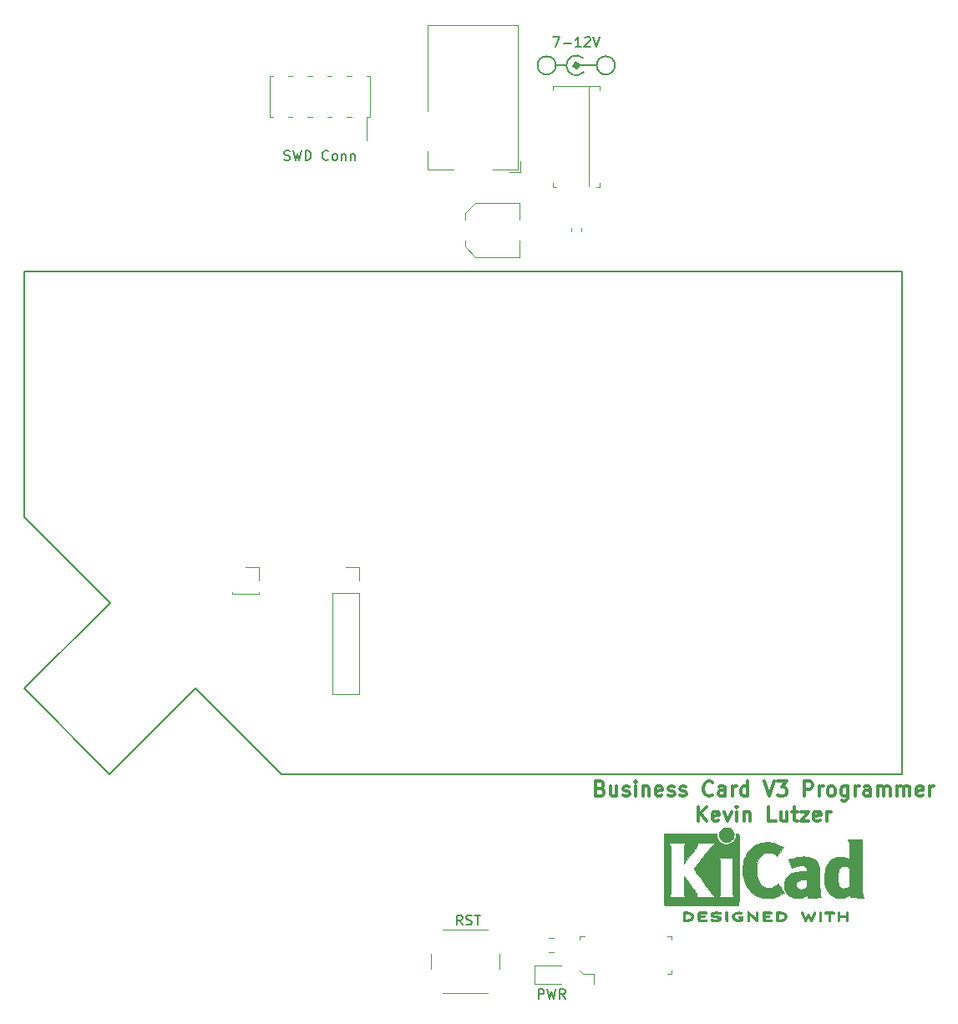
<source format=gbr>
G04 #@! TF.GenerationSoftware,KiCad,Pcbnew,(5.1.6-0-10_14)*
G04 #@! TF.CreationDate,2020-08-08T16:49:36-04:00*
G04 #@! TF.ProjectId,business-card-v4-programmer-board-pcb,62757369-6e65-4737-932d-636172642d76,rev?*
G04 #@! TF.SameCoordinates,Original*
G04 #@! TF.FileFunction,Legend,Top*
G04 #@! TF.FilePolarity,Positive*
%FSLAX46Y46*%
G04 Gerber Fmt 4.6, Leading zero omitted, Abs format (unit mm)*
G04 Created by KiCad (PCBNEW (5.1.6-0-10_14)) date 2020-08-08 16:49:36*
%MOMM*%
%LPD*%
G01*
G04 APERTURE LIST*
%ADD10C,0.150000*%
%ADD11C,0.300000*%
%ADD12C,0.200000*%
%ADD13C,0.500000*%
%ADD14C,0.010000*%
%ADD15C,0.100000*%
%ADD16C,0.120000*%
G04 APERTURE END LIST*
D10*
X146952380Y-151452380D02*
X146619047Y-150976190D01*
X146380952Y-151452380D02*
X146380952Y-150452380D01*
X146761904Y-150452380D01*
X146857142Y-150500000D01*
X146904761Y-150547619D01*
X146952380Y-150642857D01*
X146952380Y-150785714D01*
X146904761Y-150880952D01*
X146857142Y-150928571D01*
X146761904Y-150976190D01*
X146380952Y-150976190D01*
X147333333Y-151404761D02*
X147476190Y-151452380D01*
X147714285Y-151452380D01*
X147809523Y-151404761D01*
X147857142Y-151357142D01*
X147904761Y-151261904D01*
X147904761Y-151166666D01*
X147857142Y-151071428D01*
X147809523Y-151023809D01*
X147714285Y-150976190D01*
X147523809Y-150928571D01*
X147428571Y-150880952D01*
X147380952Y-150833333D01*
X147333333Y-150738095D01*
X147333333Y-150642857D01*
X147380952Y-150547619D01*
X147428571Y-150500000D01*
X147523809Y-150452380D01*
X147761904Y-150452380D01*
X147904761Y-150500000D01*
X148190476Y-150452380D02*
X148761904Y-150452380D01*
X148476190Y-151452380D02*
X148476190Y-150452380D01*
X156166666Y-61452380D02*
X156833333Y-61452380D01*
X156404761Y-62452380D01*
X157214285Y-62071428D02*
X157976190Y-62071428D01*
X158976190Y-62452380D02*
X158404761Y-62452380D01*
X158690476Y-62452380D02*
X158690476Y-61452380D01*
X158595238Y-61595238D01*
X158500000Y-61690476D01*
X158404761Y-61738095D01*
X159357142Y-61547619D02*
X159404761Y-61500000D01*
X159500000Y-61452380D01*
X159738095Y-61452380D01*
X159833333Y-61500000D01*
X159880952Y-61547619D01*
X159928571Y-61642857D01*
X159928571Y-61738095D01*
X159880952Y-61880952D01*
X159309523Y-62452380D01*
X159928571Y-62452380D01*
X160214285Y-61452380D02*
X160547619Y-62452380D01*
X160880952Y-61452380D01*
X128904761Y-73904761D02*
X129047619Y-73952380D01*
X129285714Y-73952380D01*
X129380952Y-73904761D01*
X129428571Y-73857142D01*
X129476190Y-73761904D01*
X129476190Y-73666666D01*
X129428571Y-73571428D01*
X129380952Y-73523809D01*
X129285714Y-73476190D01*
X129095238Y-73428571D01*
X129000000Y-73380952D01*
X128952380Y-73333333D01*
X128904761Y-73238095D01*
X128904761Y-73142857D01*
X128952380Y-73047619D01*
X129000000Y-73000000D01*
X129095238Y-72952380D01*
X129333333Y-72952380D01*
X129476190Y-73000000D01*
X129809523Y-72952380D02*
X130047619Y-73952380D01*
X130238095Y-73238095D01*
X130428571Y-73952380D01*
X130666666Y-72952380D01*
X131047619Y-73952380D02*
X131047619Y-72952380D01*
X131285714Y-72952380D01*
X131428571Y-73000000D01*
X131523809Y-73095238D01*
X131571428Y-73190476D01*
X131619047Y-73380952D01*
X131619047Y-73523809D01*
X131571428Y-73714285D01*
X131523809Y-73809523D01*
X131428571Y-73904761D01*
X131285714Y-73952380D01*
X131047619Y-73952380D01*
X133380952Y-73857142D02*
X133333333Y-73904761D01*
X133190476Y-73952380D01*
X133095238Y-73952380D01*
X132952380Y-73904761D01*
X132857142Y-73809523D01*
X132809523Y-73714285D01*
X132761904Y-73523809D01*
X132761904Y-73380952D01*
X132809523Y-73190476D01*
X132857142Y-73095238D01*
X132952380Y-73000000D01*
X133095238Y-72952380D01*
X133190476Y-72952380D01*
X133333333Y-73000000D01*
X133380952Y-73047619D01*
X133952380Y-73952380D02*
X133857142Y-73904761D01*
X133809523Y-73857142D01*
X133761904Y-73761904D01*
X133761904Y-73476190D01*
X133809523Y-73380952D01*
X133857142Y-73333333D01*
X133952380Y-73285714D01*
X134095238Y-73285714D01*
X134190476Y-73333333D01*
X134238095Y-73380952D01*
X134285714Y-73476190D01*
X134285714Y-73761904D01*
X134238095Y-73857142D01*
X134190476Y-73904761D01*
X134095238Y-73952380D01*
X133952380Y-73952380D01*
X134714285Y-73285714D02*
X134714285Y-73952380D01*
X134714285Y-73380952D02*
X134761904Y-73333333D01*
X134857142Y-73285714D01*
X135000000Y-73285714D01*
X135095238Y-73333333D01*
X135142857Y-73428571D01*
X135142857Y-73952380D01*
X135619047Y-73285714D02*
X135619047Y-73952380D01*
X135619047Y-73380952D02*
X135666666Y-73333333D01*
X135761904Y-73285714D01*
X135904761Y-73285714D01*
X136000000Y-73333333D01*
X136047619Y-73428571D01*
X136047619Y-73952380D01*
X154666666Y-158952380D02*
X154666666Y-157952380D01*
X155047619Y-157952380D01*
X155142857Y-158000000D01*
X155190476Y-158047619D01*
X155238095Y-158142857D01*
X155238095Y-158285714D01*
X155190476Y-158380952D01*
X155142857Y-158428571D01*
X155047619Y-158476190D01*
X154666666Y-158476190D01*
X155571428Y-157952380D02*
X155809523Y-158952380D01*
X156000000Y-158238095D01*
X156190476Y-158952380D01*
X156428571Y-157952380D01*
X157380952Y-158952380D02*
X157047619Y-158476190D01*
X156809523Y-158952380D02*
X156809523Y-157952380D01*
X157190476Y-157952380D01*
X157285714Y-158000000D01*
X157333333Y-158047619D01*
X157380952Y-158142857D01*
X157380952Y-158285714D01*
X157333333Y-158380952D01*
X157285714Y-158428571D01*
X157190476Y-158476190D01*
X156809523Y-158476190D01*
D11*
X160964285Y-137617857D02*
X161178571Y-137689285D01*
X161250000Y-137760714D01*
X161321428Y-137903571D01*
X161321428Y-138117857D01*
X161250000Y-138260714D01*
X161178571Y-138332142D01*
X161035714Y-138403571D01*
X160464285Y-138403571D01*
X160464285Y-136903571D01*
X160964285Y-136903571D01*
X161107142Y-136975000D01*
X161178571Y-137046428D01*
X161250000Y-137189285D01*
X161250000Y-137332142D01*
X161178571Y-137475000D01*
X161107142Y-137546428D01*
X160964285Y-137617857D01*
X160464285Y-137617857D01*
X162607142Y-137403571D02*
X162607142Y-138403571D01*
X161964285Y-137403571D02*
X161964285Y-138189285D01*
X162035714Y-138332142D01*
X162178571Y-138403571D01*
X162392857Y-138403571D01*
X162535714Y-138332142D01*
X162607142Y-138260714D01*
X163250000Y-138332142D02*
X163392857Y-138403571D01*
X163678571Y-138403571D01*
X163821428Y-138332142D01*
X163892857Y-138189285D01*
X163892857Y-138117857D01*
X163821428Y-137975000D01*
X163678571Y-137903571D01*
X163464285Y-137903571D01*
X163321428Y-137832142D01*
X163250000Y-137689285D01*
X163250000Y-137617857D01*
X163321428Y-137475000D01*
X163464285Y-137403571D01*
X163678571Y-137403571D01*
X163821428Y-137475000D01*
X164535714Y-138403571D02*
X164535714Y-137403571D01*
X164535714Y-136903571D02*
X164464285Y-136975000D01*
X164535714Y-137046428D01*
X164607142Y-136975000D01*
X164535714Y-136903571D01*
X164535714Y-137046428D01*
X165250000Y-137403571D02*
X165250000Y-138403571D01*
X165250000Y-137546428D02*
X165321428Y-137475000D01*
X165464285Y-137403571D01*
X165678571Y-137403571D01*
X165821428Y-137475000D01*
X165892857Y-137617857D01*
X165892857Y-138403571D01*
X167178571Y-138332142D02*
X167035714Y-138403571D01*
X166750000Y-138403571D01*
X166607142Y-138332142D01*
X166535714Y-138189285D01*
X166535714Y-137617857D01*
X166607142Y-137475000D01*
X166750000Y-137403571D01*
X167035714Y-137403571D01*
X167178571Y-137475000D01*
X167250000Y-137617857D01*
X167250000Y-137760714D01*
X166535714Y-137903571D01*
X167821428Y-138332142D02*
X167964285Y-138403571D01*
X168250000Y-138403571D01*
X168392857Y-138332142D01*
X168464285Y-138189285D01*
X168464285Y-138117857D01*
X168392857Y-137975000D01*
X168250000Y-137903571D01*
X168035714Y-137903571D01*
X167892857Y-137832142D01*
X167821428Y-137689285D01*
X167821428Y-137617857D01*
X167892857Y-137475000D01*
X168035714Y-137403571D01*
X168250000Y-137403571D01*
X168392857Y-137475000D01*
X169035714Y-138332142D02*
X169178571Y-138403571D01*
X169464285Y-138403571D01*
X169607142Y-138332142D01*
X169678571Y-138189285D01*
X169678571Y-138117857D01*
X169607142Y-137975000D01*
X169464285Y-137903571D01*
X169250000Y-137903571D01*
X169107142Y-137832142D01*
X169035714Y-137689285D01*
X169035714Y-137617857D01*
X169107142Y-137475000D01*
X169250000Y-137403571D01*
X169464285Y-137403571D01*
X169607142Y-137475000D01*
X172321428Y-138260714D02*
X172250000Y-138332142D01*
X172035714Y-138403571D01*
X171892857Y-138403571D01*
X171678571Y-138332142D01*
X171535714Y-138189285D01*
X171464285Y-138046428D01*
X171392857Y-137760714D01*
X171392857Y-137546428D01*
X171464285Y-137260714D01*
X171535714Y-137117857D01*
X171678571Y-136975000D01*
X171892857Y-136903571D01*
X172035714Y-136903571D01*
X172250000Y-136975000D01*
X172321428Y-137046428D01*
X173607142Y-138403571D02*
X173607142Y-137617857D01*
X173535714Y-137475000D01*
X173392857Y-137403571D01*
X173107142Y-137403571D01*
X172964285Y-137475000D01*
X173607142Y-138332142D02*
X173464285Y-138403571D01*
X173107142Y-138403571D01*
X172964285Y-138332142D01*
X172892857Y-138189285D01*
X172892857Y-138046428D01*
X172964285Y-137903571D01*
X173107142Y-137832142D01*
X173464285Y-137832142D01*
X173607142Y-137760714D01*
X174321428Y-138403571D02*
X174321428Y-137403571D01*
X174321428Y-137689285D02*
X174392857Y-137546428D01*
X174464285Y-137475000D01*
X174607142Y-137403571D01*
X174750000Y-137403571D01*
X175892857Y-138403571D02*
X175892857Y-136903571D01*
X175892857Y-138332142D02*
X175750000Y-138403571D01*
X175464285Y-138403571D01*
X175321428Y-138332142D01*
X175250000Y-138260714D01*
X175178571Y-138117857D01*
X175178571Y-137689285D01*
X175250000Y-137546428D01*
X175321428Y-137475000D01*
X175464285Y-137403571D01*
X175750000Y-137403571D01*
X175892857Y-137475000D01*
X177535714Y-136903571D02*
X178035714Y-138403571D01*
X178535714Y-136903571D01*
X178892857Y-136903571D02*
X179821428Y-136903571D01*
X179321428Y-137475000D01*
X179535714Y-137475000D01*
X179678571Y-137546428D01*
X179750000Y-137617857D01*
X179821428Y-137760714D01*
X179821428Y-138117857D01*
X179750000Y-138260714D01*
X179678571Y-138332142D01*
X179535714Y-138403571D01*
X179107142Y-138403571D01*
X178964285Y-138332142D01*
X178892857Y-138260714D01*
X181607142Y-138403571D02*
X181607142Y-136903571D01*
X182178571Y-136903571D01*
X182321428Y-136975000D01*
X182392857Y-137046428D01*
X182464285Y-137189285D01*
X182464285Y-137403571D01*
X182392857Y-137546428D01*
X182321428Y-137617857D01*
X182178571Y-137689285D01*
X181607142Y-137689285D01*
X183107142Y-138403571D02*
X183107142Y-137403571D01*
X183107142Y-137689285D02*
X183178571Y-137546428D01*
X183250000Y-137475000D01*
X183392857Y-137403571D01*
X183535714Y-137403571D01*
X184250000Y-138403571D02*
X184107142Y-138332142D01*
X184035714Y-138260714D01*
X183964285Y-138117857D01*
X183964285Y-137689285D01*
X184035714Y-137546428D01*
X184107142Y-137475000D01*
X184250000Y-137403571D01*
X184464285Y-137403571D01*
X184607142Y-137475000D01*
X184678571Y-137546428D01*
X184750000Y-137689285D01*
X184750000Y-138117857D01*
X184678571Y-138260714D01*
X184607142Y-138332142D01*
X184464285Y-138403571D01*
X184250000Y-138403571D01*
X186035714Y-137403571D02*
X186035714Y-138617857D01*
X185964285Y-138760714D01*
X185892857Y-138832142D01*
X185750000Y-138903571D01*
X185535714Y-138903571D01*
X185392857Y-138832142D01*
X186035714Y-138332142D02*
X185892857Y-138403571D01*
X185607142Y-138403571D01*
X185464285Y-138332142D01*
X185392857Y-138260714D01*
X185321428Y-138117857D01*
X185321428Y-137689285D01*
X185392857Y-137546428D01*
X185464285Y-137475000D01*
X185607142Y-137403571D01*
X185892857Y-137403571D01*
X186035714Y-137475000D01*
X186750000Y-138403571D02*
X186750000Y-137403571D01*
X186750000Y-137689285D02*
X186821428Y-137546428D01*
X186892857Y-137475000D01*
X187035714Y-137403571D01*
X187178571Y-137403571D01*
X188321428Y-138403571D02*
X188321428Y-137617857D01*
X188250000Y-137475000D01*
X188107142Y-137403571D01*
X187821428Y-137403571D01*
X187678571Y-137475000D01*
X188321428Y-138332142D02*
X188178571Y-138403571D01*
X187821428Y-138403571D01*
X187678571Y-138332142D01*
X187607142Y-138189285D01*
X187607142Y-138046428D01*
X187678571Y-137903571D01*
X187821428Y-137832142D01*
X188178571Y-137832142D01*
X188321428Y-137760714D01*
X189035714Y-138403571D02*
X189035714Y-137403571D01*
X189035714Y-137546428D02*
X189107142Y-137475000D01*
X189250000Y-137403571D01*
X189464285Y-137403571D01*
X189607142Y-137475000D01*
X189678571Y-137617857D01*
X189678571Y-138403571D01*
X189678571Y-137617857D02*
X189750000Y-137475000D01*
X189892857Y-137403571D01*
X190107142Y-137403571D01*
X190250000Y-137475000D01*
X190321428Y-137617857D01*
X190321428Y-138403571D01*
X191035714Y-138403571D02*
X191035714Y-137403571D01*
X191035714Y-137546428D02*
X191107142Y-137475000D01*
X191250000Y-137403571D01*
X191464285Y-137403571D01*
X191607142Y-137475000D01*
X191678571Y-137617857D01*
X191678571Y-138403571D01*
X191678571Y-137617857D02*
X191750000Y-137475000D01*
X191892857Y-137403571D01*
X192107142Y-137403571D01*
X192250000Y-137475000D01*
X192321428Y-137617857D01*
X192321428Y-138403571D01*
X193607142Y-138332142D02*
X193464285Y-138403571D01*
X193178571Y-138403571D01*
X193035714Y-138332142D01*
X192964285Y-138189285D01*
X192964285Y-137617857D01*
X193035714Y-137475000D01*
X193178571Y-137403571D01*
X193464285Y-137403571D01*
X193607142Y-137475000D01*
X193678571Y-137617857D01*
X193678571Y-137760714D01*
X192964285Y-137903571D01*
X194321428Y-138403571D02*
X194321428Y-137403571D01*
X194321428Y-137689285D02*
X194392857Y-137546428D01*
X194464285Y-137475000D01*
X194607142Y-137403571D01*
X194750000Y-137403571D01*
X170857142Y-140953571D02*
X170857142Y-139453571D01*
X171714285Y-140953571D02*
X171071428Y-140096428D01*
X171714285Y-139453571D02*
X170857142Y-140310714D01*
X172928571Y-140882142D02*
X172785714Y-140953571D01*
X172500000Y-140953571D01*
X172357142Y-140882142D01*
X172285714Y-140739285D01*
X172285714Y-140167857D01*
X172357142Y-140025000D01*
X172500000Y-139953571D01*
X172785714Y-139953571D01*
X172928571Y-140025000D01*
X173000000Y-140167857D01*
X173000000Y-140310714D01*
X172285714Y-140453571D01*
X173500000Y-139953571D02*
X173857142Y-140953571D01*
X174214285Y-139953571D01*
X174785714Y-140953571D02*
X174785714Y-139953571D01*
X174785714Y-139453571D02*
X174714285Y-139525000D01*
X174785714Y-139596428D01*
X174857142Y-139525000D01*
X174785714Y-139453571D01*
X174785714Y-139596428D01*
X175500000Y-139953571D02*
X175500000Y-140953571D01*
X175500000Y-140096428D02*
X175571428Y-140025000D01*
X175714285Y-139953571D01*
X175928571Y-139953571D01*
X176071428Y-140025000D01*
X176142857Y-140167857D01*
X176142857Y-140953571D01*
X178714285Y-140953571D02*
X178000000Y-140953571D01*
X178000000Y-139453571D01*
X179857142Y-139953571D02*
X179857142Y-140953571D01*
X179214285Y-139953571D02*
X179214285Y-140739285D01*
X179285714Y-140882142D01*
X179428571Y-140953571D01*
X179642857Y-140953571D01*
X179785714Y-140882142D01*
X179857142Y-140810714D01*
X180357142Y-139953571D02*
X180928571Y-139953571D01*
X180571428Y-139453571D02*
X180571428Y-140739285D01*
X180642857Y-140882142D01*
X180785714Y-140953571D01*
X180928571Y-140953571D01*
X181285714Y-139953571D02*
X182071428Y-139953571D01*
X181285714Y-140953571D01*
X182071428Y-140953571D01*
X183214285Y-140882142D02*
X183071428Y-140953571D01*
X182785714Y-140953571D01*
X182642857Y-140882142D01*
X182571428Y-140739285D01*
X182571428Y-140167857D01*
X182642857Y-140025000D01*
X182785714Y-139953571D01*
X183071428Y-139953571D01*
X183214285Y-140025000D01*
X183285714Y-140167857D01*
X183285714Y-140310714D01*
X182571428Y-140453571D01*
X183928571Y-140953571D02*
X183928571Y-139953571D01*
X183928571Y-140239285D02*
X184000000Y-140096428D01*
X184071428Y-140025000D01*
X184214285Y-139953571D01*
X184357142Y-139953571D01*
D12*
X128592200Y-136197400D02*
X191500000Y-136197400D01*
X119894800Y-127500000D02*
X128592200Y-136197400D01*
X102500000Y-110105200D02*
X111273900Y-118802600D01*
X191500000Y-85197400D02*
X102500000Y-85197400D01*
X191500000Y-136197400D02*
X191500000Y-85197400D01*
X102500000Y-85197400D02*
X102500000Y-110105200D01*
X111273900Y-118802600D02*
X102500000Y-127500000D01*
X111197400Y-136197400D02*
X119894800Y-127500000D01*
X102500000Y-127500000D02*
X111197400Y-136197400D01*
D10*
X159175000Y-63575000D02*
G75*
G03*
X159250000Y-65000000I-675000J-750000D01*
G01*
X158500000Y-64325000D02*
X160500000Y-64325000D01*
X156500000Y-64325000D02*
X157400000Y-64325000D01*
X156425000Y-64325000D02*
G75*
G03*
X156425000Y-64325000I-925000J0D01*
G01*
X162425000Y-64325000D02*
G75*
G03*
X162425000Y-64325000I-925000J0D01*
G01*
D13*
X158675000Y-64325000D02*
G75*
G03*
X158675000Y-64325000I-175000J0D01*
G01*
D14*
G36*
X169629911Y-142161660D02*
G01*
X169979460Y-142161707D01*
X170142170Y-142161714D01*
X172746571Y-142161715D01*
X172746571Y-142315238D01*
X172762957Y-142502063D01*
X172812412Y-142674367D01*
X172895380Y-142833175D01*
X173012305Y-142979510D01*
X173051864Y-143019032D01*
X173194170Y-143131138D01*
X173351078Y-143212899D01*
X173517928Y-143264353D01*
X173690061Y-143285537D01*
X173862815Y-143276487D01*
X174031530Y-143237242D01*
X174191546Y-143167838D01*
X174338202Y-143068311D01*
X174404068Y-143008265D01*
X174526808Y-142861043D01*
X174616812Y-142699147D01*
X174673294Y-142524427D01*
X174695471Y-142338735D01*
X174695766Y-142320467D01*
X174696928Y-142161720D01*
X174766700Y-142161717D01*
X174828595Y-142170118D01*
X174885135Y-142190556D01*
X174888872Y-142192667D01*
X174901642Y-142199293D01*
X174913368Y-142204454D01*
X174924094Y-142209651D01*
X174933861Y-142216390D01*
X174942712Y-142226171D01*
X174950689Y-142240500D01*
X174957835Y-142260878D01*
X174964192Y-142288808D01*
X174969802Y-142325795D01*
X174974707Y-142373340D01*
X174978951Y-142432947D01*
X174982576Y-142506119D01*
X174985623Y-142594359D01*
X174988136Y-142699170D01*
X174990156Y-142822055D01*
X174991726Y-142964517D01*
X174992888Y-143128060D01*
X174993686Y-143314186D01*
X174994160Y-143524398D01*
X174994354Y-143760200D01*
X174994310Y-144023094D01*
X174994070Y-144314584D01*
X174993677Y-144636172D01*
X174993173Y-144989362D01*
X174992600Y-145375657D01*
X174992001Y-145796560D01*
X174991932Y-145847840D01*
X174991395Y-146271426D01*
X174990939Y-146660230D01*
X174990516Y-147015753D01*
X174990079Y-147339498D01*
X174989578Y-147632966D01*
X174988965Y-147897661D01*
X174988192Y-148135085D01*
X174987211Y-148346740D01*
X174985974Y-148534129D01*
X174984432Y-148698754D01*
X174982537Y-148842117D01*
X174980241Y-148965720D01*
X174977496Y-149071067D01*
X174974253Y-149159659D01*
X174970464Y-149233000D01*
X174966081Y-149292590D01*
X174961055Y-149339933D01*
X174955339Y-149376531D01*
X174948884Y-149403886D01*
X174941641Y-149423502D01*
X174933563Y-149436879D01*
X174924602Y-149445521D01*
X174914708Y-149450930D01*
X174903835Y-149454608D01*
X174891933Y-149458058D01*
X174878954Y-149462782D01*
X174875783Y-149464220D01*
X174865819Y-149467451D01*
X174849141Y-149470420D01*
X174824293Y-149473137D01*
X174789820Y-149475613D01*
X174744264Y-149477858D01*
X174686170Y-149479883D01*
X174614081Y-149481698D01*
X174526542Y-149483315D01*
X174422095Y-149484743D01*
X174299285Y-149485993D01*
X174156655Y-149487076D01*
X173992749Y-149488002D01*
X173806110Y-149488782D01*
X173595284Y-149489426D01*
X173358812Y-149489946D01*
X173095239Y-149490351D01*
X172803110Y-149490652D01*
X172480966Y-149490860D01*
X172127353Y-149490985D01*
X171740814Y-149491038D01*
X171319892Y-149491029D01*
X171183544Y-149491016D01*
X170753284Y-149490947D01*
X170357836Y-149490834D01*
X169995727Y-149490665D01*
X169665483Y-149490430D01*
X169365629Y-149490116D01*
X169094692Y-149489713D01*
X168851200Y-149489207D01*
X168633677Y-149488589D01*
X168440650Y-149487846D01*
X168270646Y-149486968D01*
X168122190Y-149485941D01*
X167993810Y-149484756D01*
X167884031Y-149483400D01*
X167791380Y-149481862D01*
X167714383Y-149480130D01*
X167651566Y-149478194D01*
X167601456Y-149476040D01*
X167562579Y-149473659D01*
X167533462Y-149471037D01*
X167512629Y-149468165D01*
X167498609Y-149465030D01*
X167490966Y-149462159D01*
X167477382Y-149456430D01*
X167464910Y-149452206D01*
X167453502Y-149447985D01*
X167443111Y-149442268D01*
X167433691Y-149433555D01*
X167425192Y-149420345D01*
X167417570Y-149401137D01*
X167410775Y-149374433D01*
X167404762Y-149338730D01*
X167399483Y-149292530D01*
X167394890Y-149234332D01*
X167390936Y-149162635D01*
X167387575Y-149075940D01*
X167384759Y-148972746D01*
X167382440Y-148851553D01*
X167380572Y-148710860D01*
X167380084Y-148656857D01*
X167864296Y-148656857D01*
X169575744Y-148656857D01*
X169542813Y-148606964D01*
X169510053Y-148555693D01*
X169482311Y-148506869D01*
X169459193Y-148457076D01*
X169440303Y-148402898D01*
X169425249Y-148340916D01*
X169413633Y-148267715D01*
X169405064Y-148179878D01*
X169399144Y-148073988D01*
X169395481Y-147946628D01*
X169393679Y-147794381D01*
X169393344Y-147613832D01*
X169394081Y-147401562D01*
X169394499Y-147322755D01*
X169399214Y-146477911D01*
X169934428Y-147206557D01*
X170086054Y-147413265D01*
X170217419Y-147593260D01*
X170329943Y-147748925D01*
X170425043Y-147882647D01*
X170504138Y-147996809D01*
X170568647Y-148093797D01*
X170619988Y-148175994D01*
X170659580Y-148245786D01*
X170688840Y-148305558D01*
X170709188Y-148357693D01*
X170722042Y-148404576D01*
X170728819Y-148448593D01*
X170730940Y-148492127D01*
X170729821Y-148537564D01*
X170729536Y-148543275D01*
X170723643Y-148656933D01*
X172599229Y-148656857D01*
X172459722Y-148516189D01*
X172421865Y-148477715D01*
X172385953Y-148440279D01*
X172350407Y-148401814D01*
X172313653Y-148360258D01*
X172274114Y-148313545D01*
X172230214Y-148259610D01*
X172180377Y-148196390D01*
X172123028Y-148121818D01*
X172056589Y-148033832D01*
X171979485Y-147930365D01*
X171890139Y-147809354D01*
X171786976Y-147668734D01*
X171668420Y-147506440D01*
X171532895Y-147320407D01*
X171378823Y-147108571D01*
X171252538Y-146934804D01*
X171094046Y-146716501D01*
X170955784Y-146525629D01*
X170836501Y-146360374D01*
X170734943Y-146218926D01*
X170649859Y-146099471D01*
X170579995Y-146000198D01*
X170524100Y-145919295D01*
X170480920Y-145854949D01*
X170449203Y-145805347D01*
X170427698Y-145768679D01*
X170415150Y-145743132D01*
X170410308Y-145726893D01*
X170411763Y-145718355D01*
X170429401Y-145695635D01*
X170467534Y-145647543D01*
X170523862Y-145576938D01*
X170596084Y-145486678D01*
X170681899Y-145379621D01*
X170779006Y-145258627D01*
X170885104Y-145126554D01*
X170997891Y-144986260D01*
X171115068Y-144840603D01*
X171234333Y-144692444D01*
X171299933Y-144611000D01*
X172928686Y-144611000D01*
X172996379Y-144733465D01*
X173064071Y-144855929D01*
X173064071Y-148411929D01*
X172996379Y-148534393D01*
X172928686Y-148656857D01*
X173729441Y-148656857D01*
X173920602Y-148656802D01*
X174078499Y-148656551D01*
X174206152Y-148655979D01*
X174306581Y-148654959D01*
X174382807Y-148653365D01*
X174437852Y-148651070D01*
X174474736Y-148647950D01*
X174496479Y-148643877D01*
X174506102Y-148638725D01*
X174506627Y-148632367D01*
X174501074Y-148624679D01*
X174501016Y-148624615D01*
X174478140Y-148591524D01*
X174447849Y-148537719D01*
X174421097Y-148484008D01*
X174370357Y-148375643D01*
X174365182Y-146493322D01*
X174360007Y-144611000D01*
X172928686Y-144611000D01*
X171299933Y-144611000D01*
X171353385Y-144544639D01*
X171469923Y-144400047D01*
X171581646Y-144261528D01*
X171686254Y-144131939D01*
X171781444Y-144014140D01*
X171864917Y-143910988D01*
X171934371Y-143825343D01*
X171987506Y-143760062D01*
X172018715Y-143722000D01*
X172139903Y-143579670D01*
X172256493Y-143451230D01*
X172364397Y-143340886D01*
X172459530Y-143252841D01*
X172527043Y-143198862D01*
X172606873Y-143141429D01*
X170770892Y-143141429D01*
X170771408Y-143249165D01*
X170766276Y-143328372D01*
X170746985Y-143401805D01*
X170717123Y-143471415D01*
X170697712Y-143510741D01*
X170676841Y-143549707D01*
X170652604Y-143590901D01*
X170623094Y-143636908D01*
X170586406Y-143690317D01*
X170540632Y-143753714D01*
X170483865Y-143829685D01*
X170414200Y-143920817D01*
X170329730Y-144029698D01*
X170228547Y-144158914D01*
X170108747Y-144311052D01*
X169968421Y-144488698D01*
X169952571Y-144508742D01*
X169399214Y-145208508D01*
X169393857Y-144433504D01*
X169392779Y-144201368D01*
X169393008Y-144004846D01*
X169394557Y-143843292D01*
X169397437Y-143716056D01*
X169401659Y-143622492D01*
X169407234Y-143561952D01*
X169409107Y-143550468D01*
X169438505Y-143429499D01*
X169477022Y-143320446D01*
X169520974Y-143232763D01*
X169547379Y-143195574D01*
X169592940Y-143141429D01*
X168728470Y-143141429D01*
X168522255Y-143141605D01*
X168349812Y-143142179D01*
X168208627Y-143143217D01*
X168096188Y-143144787D01*
X168009983Y-143146954D01*
X167947498Y-143149788D01*
X167906221Y-143153353D01*
X167883640Y-143157718D01*
X167877241Y-143162949D01*
X167877683Y-143164107D01*
X167896009Y-143191769D01*
X167926604Y-143235615D01*
X167942433Y-143257791D01*
X167958798Y-143279920D01*
X167973508Y-143299709D01*
X167986656Y-143319106D01*
X167998333Y-143340058D01*
X168008632Y-143364512D01*
X168017646Y-143394416D01*
X168025468Y-143431717D01*
X168032191Y-143478363D01*
X168037906Y-143536301D01*
X168042707Y-143607479D01*
X168046685Y-143693844D01*
X168049935Y-143797344D01*
X168052548Y-143919925D01*
X168054617Y-144063537D01*
X168056234Y-144230125D01*
X168057493Y-144421637D01*
X168058485Y-144640022D01*
X168059304Y-144887226D01*
X168060042Y-145165196D01*
X168060791Y-145475881D01*
X168061492Y-145761300D01*
X168062153Y-146079492D01*
X168062497Y-146383077D01*
X168062532Y-146670115D01*
X168062268Y-146938669D01*
X168061715Y-147186798D01*
X168060880Y-147412563D01*
X168059773Y-147614026D01*
X168058404Y-147789246D01*
X168056781Y-147936286D01*
X168054913Y-148053206D01*
X168052811Y-148138067D01*
X168050482Y-148188929D01*
X168050041Y-148194304D01*
X168033992Y-148317613D01*
X168008936Y-148416644D01*
X167970779Y-148503070D01*
X167915428Y-148588565D01*
X167908504Y-148597893D01*
X167864296Y-148656857D01*
X167380084Y-148656857D01*
X167379108Y-148549168D01*
X167377999Y-148364976D01*
X167377199Y-148156784D01*
X167376661Y-147923091D01*
X167376338Y-147662398D01*
X167376183Y-147373204D01*
X167376146Y-147054009D01*
X167376183Y-146703313D01*
X167376245Y-146319614D01*
X167376285Y-145901414D01*
X167376286Y-145818393D01*
X167376309Y-145395789D01*
X167376388Y-145007981D01*
X167376533Y-144653480D01*
X167376756Y-144330797D01*
X167377069Y-144038442D01*
X167377483Y-143774927D01*
X167378009Y-143538762D01*
X167378660Y-143328458D01*
X167379447Y-143142526D01*
X167380381Y-142979475D01*
X167381474Y-142837818D01*
X167382737Y-142716064D01*
X167384183Y-142612725D01*
X167385821Y-142526311D01*
X167387666Y-142455333D01*
X167389726Y-142398301D01*
X167392015Y-142353727D01*
X167394544Y-142320121D01*
X167397324Y-142295993D01*
X167400367Y-142279856D01*
X167403684Y-142270218D01*
X167403807Y-142269978D01*
X167410640Y-142255255D01*
X167416330Y-142241926D01*
X167422626Y-142229922D01*
X167431272Y-142219173D01*
X167444014Y-142209611D01*
X167462600Y-142201167D01*
X167488774Y-142193771D01*
X167524284Y-142187354D01*
X167570875Y-142181848D01*
X167630293Y-142177183D01*
X167704285Y-142173291D01*
X167794597Y-142170102D01*
X167902975Y-142167547D01*
X168031165Y-142165558D01*
X168180913Y-142164065D01*
X168353966Y-142162998D01*
X168552069Y-142162291D01*
X168776969Y-142161872D01*
X169030412Y-142161673D01*
X169314144Y-142161626D01*
X169629911Y-142161660D01*
G37*
X169629911Y-142161660D02*
X169979460Y-142161707D01*
X170142170Y-142161714D01*
X172746571Y-142161715D01*
X172746571Y-142315238D01*
X172762957Y-142502063D01*
X172812412Y-142674367D01*
X172895380Y-142833175D01*
X173012305Y-142979510D01*
X173051864Y-143019032D01*
X173194170Y-143131138D01*
X173351078Y-143212899D01*
X173517928Y-143264353D01*
X173690061Y-143285537D01*
X173862815Y-143276487D01*
X174031530Y-143237242D01*
X174191546Y-143167838D01*
X174338202Y-143068311D01*
X174404068Y-143008265D01*
X174526808Y-142861043D01*
X174616812Y-142699147D01*
X174673294Y-142524427D01*
X174695471Y-142338735D01*
X174695766Y-142320467D01*
X174696928Y-142161720D01*
X174766700Y-142161717D01*
X174828595Y-142170118D01*
X174885135Y-142190556D01*
X174888872Y-142192667D01*
X174901642Y-142199293D01*
X174913368Y-142204454D01*
X174924094Y-142209651D01*
X174933861Y-142216390D01*
X174942712Y-142226171D01*
X174950689Y-142240500D01*
X174957835Y-142260878D01*
X174964192Y-142288808D01*
X174969802Y-142325795D01*
X174974707Y-142373340D01*
X174978951Y-142432947D01*
X174982576Y-142506119D01*
X174985623Y-142594359D01*
X174988136Y-142699170D01*
X174990156Y-142822055D01*
X174991726Y-142964517D01*
X174992888Y-143128060D01*
X174993686Y-143314186D01*
X174994160Y-143524398D01*
X174994354Y-143760200D01*
X174994310Y-144023094D01*
X174994070Y-144314584D01*
X174993677Y-144636172D01*
X174993173Y-144989362D01*
X174992600Y-145375657D01*
X174992001Y-145796560D01*
X174991932Y-145847840D01*
X174991395Y-146271426D01*
X174990939Y-146660230D01*
X174990516Y-147015753D01*
X174990079Y-147339498D01*
X174989578Y-147632966D01*
X174988965Y-147897661D01*
X174988192Y-148135085D01*
X174987211Y-148346740D01*
X174985974Y-148534129D01*
X174984432Y-148698754D01*
X174982537Y-148842117D01*
X174980241Y-148965720D01*
X174977496Y-149071067D01*
X174974253Y-149159659D01*
X174970464Y-149233000D01*
X174966081Y-149292590D01*
X174961055Y-149339933D01*
X174955339Y-149376531D01*
X174948884Y-149403886D01*
X174941641Y-149423502D01*
X174933563Y-149436879D01*
X174924602Y-149445521D01*
X174914708Y-149450930D01*
X174903835Y-149454608D01*
X174891933Y-149458058D01*
X174878954Y-149462782D01*
X174875783Y-149464220D01*
X174865819Y-149467451D01*
X174849141Y-149470420D01*
X174824293Y-149473137D01*
X174789820Y-149475613D01*
X174744264Y-149477858D01*
X174686170Y-149479883D01*
X174614081Y-149481698D01*
X174526542Y-149483315D01*
X174422095Y-149484743D01*
X174299285Y-149485993D01*
X174156655Y-149487076D01*
X173992749Y-149488002D01*
X173806110Y-149488782D01*
X173595284Y-149489426D01*
X173358812Y-149489946D01*
X173095239Y-149490351D01*
X172803110Y-149490652D01*
X172480966Y-149490860D01*
X172127353Y-149490985D01*
X171740814Y-149491038D01*
X171319892Y-149491029D01*
X171183544Y-149491016D01*
X170753284Y-149490947D01*
X170357836Y-149490834D01*
X169995727Y-149490665D01*
X169665483Y-149490430D01*
X169365629Y-149490116D01*
X169094692Y-149489713D01*
X168851200Y-149489207D01*
X168633677Y-149488589D01*
X168440650Y-149487846D01*
X168270646Y-149486968D01*
X168122190Y-149485941D01*
X167993810Y-149484756D01*
X167884031Y-149483400D01*
X167791380Y-149481862D01*
X167714383Y-149480130D01*
X167651566Y-149478194D01*
X167601456Y-149476040D01*
X167562579Y-149473659D01*
X167533462Y-149471037D01*
X167512629Y-149468165D01*
X167498609Y-149465030D01*
X167490966Y-149462159D01*
X167477382Y-149456430D01*
X167464910Y-149452206D01*
X167453502Y-149447985D01*
X167443111Y-149442268D01*
X167433691Y-149433555D01*
X167425192Y-149420345D01*
X167417570Y-149401137D01*
X167410775Y-149374433D01*
X167404762Y-149338730D01*
X167399483Y-149292530D01*
X167394890Y-149234332D01*
X167390936Y-149162635D01*
X167387575Y-149075940D01*
X167384759Y-148972746D01*
X167382440Y-148851553D01*
X167380572Y-148710860D01*
X167380084Y-148656857D01*
X167864296Y-148656857D01*
X169575744Y-148656857D01*
X169542813Y-148606964D01*
X169510053Y-148555693D01*
X169482311Y-148506869D01*
X169459193Y-148457076D01*
X169440303Y-148402898D01*
X169425249Y-148340916D01*
X169413633Y-148267715D01*
X169405064Y-148179878D01*
X169399144Y-148073988D01*
X169395481Y-147946628D01*
X169393679Y-147794381D01*
X169393344Y-147613832D01*
X169394081Y-147401562D01*
X169394499Y-147322755D01*
X169399214Y-146477911D01*
X169934428Y-147206557D01*
X170086054Y-147413265D01*
X170217419Y-147593260D01*
X170329943Y-147748925D01*
X170425043Y-147882647D01*
X170504138Y-147996809D01*
X170568647Y-148093797D01*
X170619988Y-148175994D01*
X170659580Y-148245786D01*
X170688840Y-148305558D01*
X170709188Y-148357693D01*
X170722042Y-148404576D01*
X170728819Y-148448593D01*
X170730940Y-148492127D01*
X170729821Y-148537564D01*
X170729536Y-148543275D01*
X170723643Y-148656933D01*
X172599229Y-148656857D01*
X172459722Y-148516189D01*
X172421865Y-148477715D01*
X172385953Y-148440279D01*
X172350407Y-148401814D01*
X172313653Y-148360258D01*
X172274114Y-148313545D01*
X172230214Y-148259610D01*
X172180377Y-148196390D01*
X172123028Y-148121818D01*
X172056589Y-148033832D01*
X171979485Y-147930365D01*
X171890139Y-147809354D01*
X171786976Y-147668734D01*
X171668420Y-147506440D01*
X171532895Y-147320407D01*
X171378823Y-147108571D01*
X171252538Y-146934804D01*
X171094046Y-146716501D01*
X170955784Y-146525629D01*
X170836501Y-146360374D01*
X170734943Y-146218926D01*
X170649859Y-146099471D01*
X170579995Y-146000198D01*
X170524100Y-145919295D01*
X170480920Y-145854949D01*
X170449203Y-145805347D01*
X170427698Y-145768679D01*
X170415150Y-145743132D01*
X170410308Y-145726893D01*
X170411763Y-145718355D01*
X170429401Y-145695635D01*
X170467534Y-145647543D01*
X170523862Y-145576938D01*
X170596084Y-145486678D01*
X170681899Y-145379621D01*
X170779006Y-145258627D01*
X170885104Y-145126554D01*
X170997891Y-144986260D01*
X171115068Y-144840603D01*
X171234333Y-144692444D01*
X171299933Y-144611000D01*
X172928686Y-144611000D01*
X172996379Y-144733465D01*
X173064071Y-144855929D01*
X173064071Y-148411929D01*
X172996379Y-148534393D01*
X172928686Y-148656857D01*
X173729441Y-148656857D01*
X173920602Y-148656802D01*
X174078499Y-148656551D01*
X174206152Y-148655979D01*
X174306581Y-148654959D01*
X174382807Y-148653365D01*
X174437852Y-148651070D01*
X174474736Y-148647950D01*
X174496479Y-148643877D01*
X174506102Y-148638725D01*
X174506627Y-148632367D01*
X174501074Y-148624679D01*
X174501016Y-148624615D01*
X174478140Y-148591524D01*
X174447849Y-148537719D01*
X174421097Y-148484008D01*
X174370357Y-148375643D01*
X174365182Y-146493322D01*
X174360007Y-144611000D01*
X172928686Y-144611000D01*
X171299933Y-144611000D01*
X171353385Y-144544639D01*
X171469923Y-144400047D01*
X171581646Y-144261528D01*
X171686254Y-144131939D01*
X171781444Y-144014140D01*
X171864917Y-143910988D01*
X171934371Y-143825343D01*
X171987506Y-143760062D01*
X172018715Y-143722000D01*
X172139903Y-143579670D01*
X172256493Y-143451230D01*
X172364397Y-143340886D01*
X172459530Y-143252841D01*
X172527043Y-143198862D01*
X172606873Y-143141429D01*
X170770892Y-143141429D01*
X170771408Y-143249165D01*
X170766276Y-143328372D01*
X170746985Y-143401805D01*
X170717123Y-143471415D01*
X170697712Y-143510741D01*
X170676841Y-143549707D01*
X170652604Y-143590901D01*
X170623094Y-143636908D01*
X170586406Y-143690317D01*
X170540632Y-143753714D01*
X170483865Y-143829685D01*
X170414200Y-143920817D01*
X170329730Y-144029698D01*
X170228547Y-144158914D01*
X170108747Y-144311052D01*
X169968421Y-144488698D01*
X169952571Y-144508742D01*
X169399214Y-145208508D01*
X169393857Y-144433504D01*
X169392779Y-144201368D01*
X169393008Y-144004846D01*
X169394557Y-143843292D01*
X169397437Y-143716056D01*
X169401659Y-143622492D01*
X169407234Y-143561952D01*
X169409107Y-143550468D01*
X169438505Y-143429499D01*
X169477022Y-143320446D01*
X169520974Y-143232763D01*
X169547379Y-143195574D01*
X169592940Y-143141429D01*
X168728470Y-143141429D01*
X168522255Y-143141605D01*
X168349812Y-143142179D01*
X168208627Y-143143217D01*
X168096188Y-143144787D01*
X168009983Y-143146954D01*
X167947498Y-143149788D01*
X167906221Y-143153353D01*
X167883640Y-143157718D01*
X167877241Y-143162949D01*
X167877683Y-143164107D01*
X167896009Y-143191769D01*
X167926604Y-143235615D01*
X167942433Y-143257791D01*
X167958798Y-143279920D01*
X167973508Y-143299709D01*
X167986656Y-143319106D01*
X167998333Y-143340058D01*
X168008632Y-143364512D01*
X168017646Y-143394416D01*
X168025468Y-143431717D01*
X168032191Y-143478363D01*
X168037906Y-143536301D01*
X168042707Y-143607479D01*
X168046685Y-143693844D01*
X168049935Y-143797344D01*
X168052548Y-143919925D01*
X168054617Y-144063537D01*
X168056234Y-144230125D01*
X168057493Y-144421637D01*
X168058485Y-144640022D01*
X168059304Y-144887226D01*
X168060042Y-145165196D01*
X168060791Y-145475881D01*
X168061492Y-145761300D01*
X168062153Y-146079492D01*
X168062497Y-146383077D01*
X168062532Y-146670115D01*
X168062268Y-146938669D01*
X168061715Y-147186798D01*
X168060880Y-147412563D01*
X168059773Y-147614026D01*
X168058404Y-147789246D01*
X168056781Y-147936286D01*
X168054913Y-148053206D01*
X168052811Y-148138067D01*
X168050482Y-148188929D01*
X168050041Y-148194304D01*
X168033992Y-148317613D01*
X168008936Y-148416644D01*
X167970779Y-148503070D01*
X167915428Y-148588565D01*
X167908504Y-148597893D01*
X167864296Y-148656857D01*
X167380084Y-148656857D01*
X167379108Y-148549168D01*
X167377999Y-148364976D01*
X167377199Y-148156784D01*
X167376661Y-147923091D01*
X167376338Y-147662398D01*
X167376183Y-147373204D01*
X167376146Y-147054009D01*
X167376183Y-146703313D01*
X167376245Y-146319614D01*
X167376285Y-145901414D01*
X167376286Y-145818393D01*
X167376309Y-145395789D01*
X167376388Y-145007981D01*
X167376533Y-144653480D01*
X167376756Y-144330797D01*
X167377069Y-144038442D01*
X167377483Y-143774927D01*
X167378009Y-143538762D01*
X167378660Y-143328458D01*
X167379447Y-143142526D01*
X167380381Y-142979475D01*
X167381474Y-142837818D01*
X167382737Y-142716064D01*
X167384183Y-142612725D01*
X167385821Y-142526311D01*
X167387666Y-142455333D01*
X167389726Y-142398301D01*
X167392015Y-142353727D01*
X167394544Y-142320121D01*
X167397324Y-142295993D01*
X167400367Y-142279856D01*
X167403684Y-142270218D01*
X167403807Y-142269978D01*
X167410640Y-142255255D01*
X167416330Y-142241926D01*
X167422626Y-142229922D01*
X167431272Y-142219173D01*
X167444014Y-142209611D01*
X167462600Y-142201167D01*
X167488774Y-142193771D01*
X167524284Y-142187354D01*
X167570875Y-142181848D01*
X167630293Y-142177183D01*
X167704285Y-142173291D01*
X167794597Y-142170102D01*
X167902975Y-142167547D01*
X168031165Y-142165558D01*
X168180913Y-142164065D01*
X168353966Y-142162998D01*
X168552069Y-142162291D01*
X168776969Y-142161872D01*
X169030412Y-142161673D01*
X169314144Y-142161626D01*
X169629911Y-142161660D01*
G36*
X178081378Y-143069231D02*
G01*
X178277019Y-143090649D01*
X178466562Y-143128985D01*
X178657717Y-143186238D01*
X178858196Y-143264409D01*
X179075708Y-143365496D01*
X179114880Y-143385076D01*
X179204772Y-143429362D01*
X179289553Y-143469239D01*
X179360855Y-143500898D01*
X179410310Y-143520532D01*
X179417908Y-143523004D01*
X179490714Y-143544817D01*
X179164803Y-144018944D01*
X179085123Y-144134823D01*
X179012272Y-144240694D01*
X178948730Y-144332962D01*
X178896972Y-144408033D01*
X178859477Y-144462313D01*
X178838723Y-144492207D01*
X178835351Y-144496941D01*
X178821655Y-144487042D01*
X178787943Y-144457285D01*
X178740244Y-144413073D01*
X178713920Y-144388084D01*
X178564772Y-144269456D01*
X178397268Y-144179313D01*
X178252928Y-144129936D01*
X178166283Y-144114429D01*
X178057796Y-144104979D01*
X177940227Y-144101761D01*
X177826334Y-144104951D01*
X177728879Y-144114724D01*
X177689990Y-144122209D01*
X177514712Y-144182512D01*
X177356765Y-144274590D01*
X177216268Y-144398273D01*
X177093335Y-144553393D01*
X176988085Y-144739781D01*
X176900635Y-144957270D01*
X176831100Y-145205692D01*
X176789775Y-145418357D01*
X176778994Y-145512241D01*
X176771648Y-145633524D01*
X176767667Y-145773493D01*
X176766979Y-145923431D01*
X176769514Y-146074622D01*
X176775200Y-146218351D01*
X176783967Y-146345903D01*
X176795744Y-146448562D01*
X176798293Y-146464401D01*
X176854481Y-146719536D01*
X176931036Y-146945342D01*
X177028426Y-147142831D01*
X177147114Y-147313014D01*
X177231363Y-147405022D01*
X177382770Y-147529943D01*
X177548817Y-147622540D01*
X177726701Y-147682309D01*
X177913622Y-147708746D01*
X178106778Y-147701348D01*
X178303369Y-147659611D01*
X178419597Y-147618771D01*
X178580438Y-147536990D01*
X178746213Y-147419678D01*
X178839073Y-147340345D01*
X178891214Y-147294429D01*
X178932180Y-147260742D01*
X178955498Y-147244510D01*
X178958393Y-147244015D01*
X178968800Y-147260601D01*
X178995767Y-147304432D01*
X179036996Y-147371748D01*
X179090189Y-147458794D01*
X179153050Y-147561810D01*
X179223281Y-147677041D01*
X179262372Y-147741231D01*
X179560964Y-148231677D01*
X179188161Y-148415915D01*
X179053369Y-148482093D01*
X178944175Y-148534278D01*
X178853907Y-148575060D01*
X178775888Y-148607033D01*
X178703444Y-148632787D01*
X178629901Y-148654914D01*
X178548584Y-148676007D01*
X178470643Y-148694530D01*
X178401366Y-148708863D01*
X178328917Y-148719694D01*
X178246042Y-148727626D01*
X178145488Y-148733258D01*
X178020003Y-148737192D01*
X177935428Y-148738891D01*
X177814754Y-148740050D01*
X177699042Y-148739465D01*
X177595951Y-148737304D01*
X177513138Y-148733732D01*
X177458260Y-148728917D01*
X177455008Y-148728437D01*
X177170043Y-148666786D01*
X176902442Y-148573285D01*
X176652297Y-148447993D01*
X176419704Y-148290974D01*
X176204757Y-148102289D01*
X176007550Y-147882000D01*
X175864727Y-147686214D01*
X175712680Y-147429949D01*
X175589773Y-147159317D01*
X175495410Y-146872149D01*
X175428999Y-146566276D01*
X175389944Y-146239528D01*
X175377640Y-145907739D01*
X175387759Y-145586779D01*
X175419561Y-145290646D01*
X175474054Y-145014345D01*
X175552250Y-144752881D01*
X175655159Y-144501258D01*
X175667447Y-144475190D01*
X175802820Y-144231507D01*
X175969089Y-143999618D01*
X176161541Y-143784323D01*
X176375466Y-143590422D01*
X176606155Y-143422715D01*
X176821109Y-143299696D01*
X177038258Y-143203345D01*
X177255868Y-143133551D01*
X177482362Y-143088413D01*
X177726166Y-143066031D01*
X177871928Y-143062731D01*
X178081378Y-143069231D01*
G37*
X178081378Y-143069231D02*
X178277019Y-143090649D01*
X178466562Y-143128985D01*
X178657717Y-143186238D01*
X178858196Y-143264409D01*
X179075708Y-143365496D01*
X179114880Y-143385076D01*
X179204772Y-143429362D01*
X179289553Y-143469239D01*
X179360855Y-143500898D01*
X179410310Y-143520532D01*
X179417908Y-143523004D01*
X179490714Y-143544817D01*
X179164803Y-144018944D01*
X179085123Y-144134823D01*
X179012272Y-144240694D01*
X178948730Y-144332962D01*
X178896972Y-144408033D01*
X178859477Y-144462313D01*
X178838723Y-144492207D01*
X178835351Y-144496941D01*
X178821655Y-144487042D01*
X178787943Y-144457285D01*
X178740244Y-144413073D01*
X178713920Y-144388084D01*
X178564772Y-144269456D01*
X178397268Y-144179313D01*
X178252928Y-144129936D01*
X178166283Y-144114429D01*
X178057796Y-144104979D01*
X177940227Y-144101761D01*
X177826334Y-144104951D01*
X177728879Y-144114724D01*
X177689990Y-144122209D01*
X177514712Y-144182512D01*
X177356765Y-144274590D01*
X177216268Y-144398273D01*
X177093335Y-144553393D01*
X176988085Y-144739781D01*
X176900635Y-144957270D01*
X176831100Y-145205692D01*
X176789775Y-145418357D01*
X176778994Y-145512241D01*
X176771648Y-145633524D01*
X176767667Y-145773493D01*
X176766979Y-145923431D01*
X176769514Y-146074622D01*
X176775200Y-146218351D01*
X176783967Y-146345903D01*
X176795744Y-146448562D01*
X176798293Y-146464401D01*
X176854481Y-146719536D01*
X176931036Y-146945342D01*
X177028426Y-147142831D01*
X177147114Y-147313014D01*
X177231363Y-147405022D01*
X177382770Y-147529943D01*
X177548817Y-147622540D01*
X177726701Y-147682309D01*
X177913622Y-147708746D01*
X178106778Y-147701348D01*
X178303369Y-147659611D01*
X178419597Y-147618771D01*
X178580438Y-147536990D01*
X178746213Y-147419678D01*
X178839073Y-147340345D01*
X178891214Y-147294429D01*
X178932180Y-147260742D01*
X178955498Y-147244510D01*
X178958393Y-147244015D01*
X178968800Y-147260601D01*
X178995767Y-147304432D01*
X179036996Y-147371748D01*
X179090189Y-147458794D01*
X179153050Y-147561810D01*
X179223281Y-147677041D01*
X179262372Y-147741231D01*
X179560964Y-148231677D01*
X179188161Y-148415915D01*
X179053369Y-148482093D01*
X178944175Y-148534278D01*
X178853907Y-148575060D01*
X178775888Y-148607033D01*
X178703444Y-148632787D01*
X178629901Y-148654914D01*
X178548584Y-148676007D01*
X178470643Y-148694530D01*
X178401366Y-148708863D01*
X178328917Y-148719694D01*
X178246042Y-148727626D01*
X178145488Y-148733258D01*
X178020003Y-148737192D01*
X177935428Y-148738891D01*
X177814754Y-148740050D01*
X177699042Y-148739465D01*
X177595951Y-148737304D01*
X177513138Y-148733732D01*
X177458260Y-148728917D01*
X177455008Y-148728437D01*
X177170043Y-148666786D01*
X176902442Y-148573285D01*
X176652297Y-148447993D01*
X176419704Y-148290974D01*
X176204757Y-148102289D01*
X176007550Y-147882000D01*
X175864727Y-147686214D01*
X175712680Y-147429949D01*
X175589773Y-147159317D01*
X175495410Y-146872149D01*
X175428999Y-146566276D01*
X175389944Y-146239528D01*
X175377640Y-145907739D01*
X175387759Y-145586779D01*
X175419561Y-145290646D01*
X175474054Y-145014345D01*
X175552250Y-144752881D01*
X175655159Y-144501258D01*
X175667447Y-144475190D01*
X175802820Y-144231507D01*
X175969089Y-143999618D01*
X176161541Y-143784323D01*
X176375466Y-143590422D01*
X176606155Y-143422715D01*
X176821109Y-143299696D01*
X177038258Y-143203345D01*
X177255868Y-143133551D01*
X177482362Y-143088413D01*
X177726166Y-143066031D01*
X177871928Y-143062731D01*
X178081378Y-143069231D01*
G36*
X181685632Y-144527730D02*
G01*
X181775523Y-144534535D01*
X182032715Y-144568753D01*
X182260485Y-144623331D01*
X182459943Y-144699020D01*
X182632197Y-144796570D01*
X182778359Y-144916732D01*
X182899536Y-145060258D01*
X182996839Y-145227898D01*
X183067891Y-145409286D01*
X183085927Y-145467146D01*
X183101632Y-145521329D01*
X183115192Y-145574752D01*
X183126792Y-145630333D01*
X183136617Y-145690988D01*
X183144853Y-145759635D01*
X183151684Y-145839190D01*
X183157295Y-145932572D01*
X183161872Y-146042696D01*
X183165600Y-146172481D01*
X183168665Y-146324842D01*
X183171250Y-146502698D01*
X183173542Y-146708965D01*
X183175725Y-146946561D01*
X183177286Y-147132857D01*
X183187785Y-148411929D01*
X183255821Y-148535018D01*
X183288038Y-148594317D01*
X183312012Y-148640377D01*
X183323450Y-148664893D01*
X183323857Y-148666553D01*
X183306375Y-148668454D01*
X183256574Y-148670205D01*
X183178421Y-148671758D01*
X183075882Y-148673062D01*
X182952922Y-148674070D01*
X182813510Y-148674731D01*
X182661611Y-148674997D01*
X182643500Y-148675000D01*
X181963143Y-148675000D01*
X181963143Y-148520786D01*
X181961982Y-148451094D01*
X181958887Y-148397794D01*
X181954432Y-148369217D01*
X181952463Y-148366572D01*
X181934455Y-148377653D01*
X181897393Y-148406736D01*
X181849222Y-148447579D01*
X181848141Y-148448524D01*
X181760235Y-148513971D01*
X181649217Y-148579688D01*
X181527631Y-148639219D01*
X181408021Y-148686109D01*
X181355357Y-148702133D01*
X181250551Y-148722485D01*
X181121950Y-148735472D01*
X180981325Y-148740909D01*
X180840448Y-148738611D01*
X180711093Y-148728392D01*
X180620571Y-148713689D01*
X180398580Y-148648499D01*
X180198729Y-148555594D01*
X180022319Y-148436126D01*
X179870650Y-148291247D01*
X179745024Y-148122110D01*
X179646741Y-147929867D01*
X179604341Y-147813214D01*
X179577768Y-147699833D01*
X179560158Y-147563722D01*
X179552010Y-147417437D01*
X179552278Y-147396151D01*
X180779321Y-147396151D01*
X180789496Y-147504850D01*
X180823378Y-147595185D01*
X180886000Y-147678995D01*
X180910052Y-147703571D01*
X180995551Y-147770011D01*
X181094373Y-147812574D01*
X181212768Y-147833177D01*
X181337445Y-147834694D01*
X181455698Y-147824677D01*
X181546239Y-147805085D01*
X181585560Y-147790370D01*
X181656432Y-147750265D01*
X181731525Y-147693863D01*
X181800038Y-147630561D01*
X181851172Y-147569755D01*
X181864750Y-147547449D01*
X181875305Y-147516212D01*
X181882810Y-147466507D01*
X181887613Y-147393587D01*
X181890065Y-147292703D01*
X181890571Y-147196689D01*
X181890228Y-147084750D01*
X181888843Y-147003809D01*
X181885881Y-146948585D01*
X181880808Y-146913794D01*
X181873090Y-146894154D01*
X181862192Y-146884380D01*
X181858821Y-146882824D01*
X181829529Y-146878029D01*
X181771756Y-146874108D01*
X181693304Y-146871414D01*
X181601974Y-146870299D01*
X181582143Y-146870298D01*
X181460063Y-146872246D01*
X181365749Y-146878041D01*
X181290807Y-146888475D01*
X181228903Y-146903714D01*
X181075349Y-146961784D01*
X180954932Y-147033179D01*
X180866610Y-147119039D01*
X180809339Y-147220507D01*
X180782078Y-147338725D01*
X180779321Y-147396151D01*
X179552278Y-147396151D01*
X179553823Y-147273533D01*
X179566096Y-147144565D01*
X179575670Y-147092460D01*
X179636801Y-146898997D01*
X179729757Y-146720993D01*
X179852783Y-146560155D01*
X180004124Y-146418190D01*
X180182025Y-146296806D01*
X180384732Y-146197709D01*
X180557071Y-146137533D01*
X180672253Y-146105919D01*
X180782423Y-146081354D01*
X180894719Y-146063039D01*
X181016275Y-146050178D01*
X181154229Y-146041972D01*
X181315715Y-146037624D01*
X181461715Y-146036400D01*
X181894645Y-146035215D01*
X181886351Y-145905080D01*
X181862801Y-145763883D01*
X181812703Y-145642518D01*
X181738191Y-145544017D01*
X181641399Y-145471409D01*
X181556171Y-145435979D01*
X181434056Y-145413650D01*
X181288683Y-145410443D01*
X181126867Y-145425177D01*
X180955422Y-145456670D01*
X180781163Y-145503740D01*
X180610904Y-145565203D01*
X180487176Y-145621417D01*
X180427647Y-145650283D01*
X180382242Y-145670443D01*
X180359150Y-145678310D01*
X180357897Y-145678058D01*
X180349929Y-145660437D01*
X180330031Y-145613733D01*
X180300077Y-145542418D01*
X180261939Y-145450969D01*
X180217488Y-145343859D01*
X180172305Y-145234549D01*
X179991667Y-144796740D01*
X180120155Y-144775636D01*
X180175846Y-144765047D01*
X180259564Y-144747263D01*
X180364139Y-144723898D01*
X180482399Y-144696565D01*
X180607172Y-144666881D01*
X180656857Y-144654818D01*
X180871807Y-144604962D01*
X181059995Y-144567584D01*
X181228446Y-144541927D01*
X181384186Y-144527235D01*
X181534240Y-144522755D01*
X181685632Y-144527730D01*
G37*
X181685632Y-144527730D02*
X181775523Y-144534535D01*
X182032715Y-144568753D01*
X182260485Y-144623331D01*
X182459943Y-144699020D01*
X182632197Y-144796570D01*
X182778359Y-144916732D01*
X182899536Y-145060258D01*
X182996839Y-145227898D01*
X183067891Y-145409286D01*
X183085927Y-145467146D01*
X183101632Y-145521329D01*
X183115192Y-145574752D01*
X183126792Y-145630333D01*
X183136617Y-145690988D01*
X183144853Y-145759635D01*
X183151684Y-145839190D01*
X183157295Y-145932572D01*
X183161872Y-146042696D01*
X183165600Y-146172481D01*
X183168665Y-146324842D01*
X183171250Y-146502698D01*
X183173542Y-146708965D01*
X183175725Y-146946561D01*
X183177286Y-147132857D01*
X183187785Y-148411929D01*
X183255821Y-148535018D01*
X183288038Y-148594317D01*
X183312012Y-148640377D01*
X183323450Y-148664893D01*
X183323857Y-148666553D01*
X183306375Y-148668454D01*
X183256574Y-148670205D01*
X183178421Y-148671758D01*
X183075882Y-148673062D01*
X182952922Y-148674070D01*
X182813510Y-148674731D01*
X182661611Y-148674997D01*
X182643500Y-148675000D01*
X181963143Y-148675000D01*
X181963143Y-148520786D01*
X181961982Y-148451094D01*
X181958887Y-148397794D01*
X181954432Y-148369217D01*
X181952463Y-148366572D01*
X181934455Y-148377653D01*
X181897393Y-148406736D01*
X181849222Y-148447579D01*
X181848141Y-148448524D01*
X181760235Y-148513971D01*
X181649217Y-148579688D01*
X181527631Y-148639219D01*
X181408021Y-148686109D01*
X181355357Y-148702133D01*
X181250551Y-148722485D01*
X181121950Y-148735472D01*
X180981325Y-148740909D01*
X180840448Y-148738611D01*
X180711093Y-148728392D01*
X180620571Y-148713689D01*
X180398580Y-148648499D01*
X180198729Y-148555594D01*
X180022319Y-148436126D01*
X179870650Y-148291247D01*
X179745024Y-148122110D01*
X179646741Y-147929867D01*
X179604341Y-147813214D01*
X179577768Y-147699833D01*
X179560158Y-147563722D01*
X179552010Y-147417437D01*
X179552278Y-147396151D01*
X180779321Y-147396151D01*
X180789496Y-147504850D01*
X180823378Y-147595185D01*
X180886000Y-147678995D01*
X180910052Y-147703571D01*
X180995551Y-147770011D01*
X181094373Y-147812574D01*
X181212768Y-147833177D01*
X181337445Y-147834694D01*
X181455698Y-147824677D01*
X181546239Y-147805085D01*
X181585560Y-147790370D01*
X181656432Y-147750265D01*
X181731525Y-147693863D01*
X181800038Y-147630561D01*
X181851172Y-147569755D01*
X181864750Y-147547449D01*
X181875305Y-147516212D01*
X181882810Y-147466507D01*
X181887613Y-147393587D01*
X181890065Y-147292703D01*
X181890571Y-147196689D01*
X181890228Y-147084750D01*
X181888843Y-147003809D01*
X181885881Y-146948585D01*
X181880808Y-146913794D01*
X181873090Y-146894154D01*
X181862192Y-146884380D01*
X181858821Y-146882824D01*
X181829529Y-146878029D01*
X181771756Y-146874108D01*
X181693304Y-146871414D01*
X181601974Y-146870299D01*
X181582143Y-146870298D01*
X181460063Y-146872246D01*
X181365749Y-146878041D01*
X181290807Y-146888475D01*
X181228903Y-146903714D01*
X181075349Y-146961784D01*
X180954932Y-147033179D01*
X180866610Y-147119039D01*
X180809339Y-147220507D01*
X180782078Y-147338725D01*
X180779321Y-147396151D01*
X179552278Y-147396151D01*
X179553823Y-147273533D01*
X179566096Y-147144565D01*
X179575670Y-147092460D01*
X179636801Y-146898997D01*
X179729757Y-146720993D01*
X179852783Y-146560155D01*
X180004124Y-146418190D01*
X180182025Y-146296806D01*
X180384732Y-146197709D01*
X180557071Y-146137533D01*
X180672253Y-146105919D01*
X180782423Y-146081354D01*
X180894719Y-146063039D01*
X181016275Y-146050178D01*
X181154229Y-146041972D01*
X181315715Y-146037624D01*
X181461715Y-146036400D01*
X181894645Y-146035215D01*
X181886351Y-145905080D01*
X181862801Y-145763883D01*
X181812703Y-145642518D01*
X181738191Y-145544017D01*
X181641399Y-145471409D01*
X181556171Y-145435979D01*
X181434056Y-145413650D01*
X181288683Y-145410443D01*
X181126867Y-145425177D01*
X180955422Y-145456670D01*
X180781163Y-145503740D01*
X180610904Y-145565203D01*
X180487176Y-145621417D01*
X180427647Y-145650283D01*
X180382242Y-145670443D01*
X180359150Y-145678310D01*
X180357897Y-145678058D01*
X180349929Y-145660437D01*
X180330031Y-145613733D01*
X180300077Y-145542418D01*
X180261939Y-145450969D01*
X180217488Y-145343859D01*
X180172305Y-145234549D01*
X179991667Y-144796740D01*
X180120155Y-144775636D01*
X180175846Y-144765047D01*
X180259564Y-144747263D01*
X180364139Y-144723898D01*
X180482399Y-144696565D01*
X180607172Y-144666881D01*
X180656857Y-144654818D01*
X180871807Y-144604962D01*
X181059995Y-144567584D01*
X181228446Y-144541927D01*
X181384186Y-144527235D01*
X181534240Y-144522755D01*
X181685632Y-144527730D01*
G36*
X186541571Y-142800089D02*
G01*
X186695876Y-142800723D01*
X186748321Y-142801042D01*
X187469500Y-142805786D01*
X187478571Y-145572572D01*
X187479769Y-145947756D01*
X187480832Y-146288417D01*
X187481827Y-146596318D01*
X187482823Y-146873221D01*
X187483888Y-147120888D01*
X187485091Y-147341081D01*
X187486499Y-147535562D01*
X187488182Y-147706094D01*
X187490206Y-147854440D01*
X187492641Y-147982361D01*
X187495554Y-148091620D01*
X187499015Y-148183979D01*
X187503090Y-148261200D01*
X187507849Y-148325046D01*
X187513360Y-148377278D01*
X187519691Y-148419660D01*
X187526910Y-148453953D01*
X187535085Y-148481920D01*
X187544285Y-148505324D01*
X187554577Y-148525925D01*
X187566031Y-148545487D01*
X187578715Y-148565772D01*
X187592695Y-148588543D01*
X187595561Y-148593393D01*
X187643640Y-148675433D01*
X186253928Y-148665929D01*
X186244857Y-148513295D01*
X186239918Y-148440045D01*
X186234771Y-148397696D01*
X186227786Y-148380892D01*
X186217337Y-148384277D01*
X186208571Y-148393960D01*
X186170388Y-148429229D01*
X186108155Y-148474563D01*
X186030641Y-148524546D01*
X185946613Y-148573761D01*
X185864839Y-148616791D01*
X185802052Y-148645101D01*
X185654954Y-148691624D01*
X185486180Y-148724579D01*
X185308191Y-148742707D01*
X185133447Y-148744750D01*
X184974407Y-148729447D01*
X184971788Y-148729009D01*
X184754168Y-148674402D01*
X184550455Y-148587401D01*
X184362613Y-148469876D01*
X184192607Y-148323697D01*
X184042402Y-148150734D01*
X183913964Y-147952857D01*
X183809257Y-147731936D01*
X183752246Y-147568286D01*
X183714651Y-147431375D01*
X183686771Y-147298798D01*
X183667753Y-147162502D01*
X183656745Y-147014433D01*
X183652895Y-146846537D01*
X183654600Y-146709440D01*
X184993359Y-146709440D01*
X184999694Y-146939329D01*
X185019679Y-147137111D01*
X185053927Y-147304539D01*
X185103055Y-147443369D01*
X185167676Y-147555358D01*
X185248405Y-147642259D01*
X185341591Y-147703692D01*
X185390080Y-147726626D01*
X185432134Y-147740375D01*
X185479020Y-147746666D01*
X185542004Y-147747222D01*
X185609857Y-147744773D01*
X185743295Y-147733004D01*
X185848832Y-147709955D01*
X185882000Y-147698410D01*
X185957735Y-147664311D01*
X186037614Y-147621491D01*
X186072500Y-147600057D01*
X186163214Y-147540556D01*
X186163214Y-145654584D01*
X186063428Y-145594771D01*
X185924267Y-145527185D01*
X185782087Y-145487214D01*
X185642090Y-145474622D01*
X185509474Y-145489173D01*
X185389440Y-145530632D01*
X185287188Y-145598763D01*
X185254195Y-145631466D01*
X185174667Y-145738619D01*
X185110299Y-145868327D01*
X185060553Y-146022814D01*
X185024891Y-146204302D01*
X185002775Y-146415015D01*
X184993667Y-146657175D01*
X184993359Y-146709440D01*
X183654600Y-146709440D01*
X183655310Y-146652374D01*
X183670605Y-146353713D01*
X183701358Y-146084325D01*
X183748381Y-145840285D01*
X183812482Y-145617670D01*
X183894472Y-145412556D01*
X183923730Y-145351746D01*
X184041581Y-145153440D01*
X184183996Y-144977212D01*
X184347629Y-144825908D01*
X184529131Y-144702371D01*
X184725153Y-144609447D01*
X184842655Y-144571115D01*
X184958054Y-144548359D01*
X185096907Y-144534820D01*
X185247574Y-144530492D01*
X185398413Y-144535368D01*
X185537785Y-144549444D01*
X185649691Y-144571525D01*
X185782884Y-144614828D01*
X185911979Y-144670511D01*
X186024928Y-144732936D01*
X186085043Y-144775303D01*
X186126510Y-144806807D01*
X186155545Y-144825990D01*
X186162150Y-144828714D01*
X186164198Y-144811163D01*
X186166107Y-144760875D01*
X186167836Y-144681400D01*
X186169341Y-144576286D01*
X186170581Y-144449083D01*
X186171513Y-144303339D01*
X186172095Y-144142603D01*
X186172286Y-143978884D01*
X186172179Y-143769188D01*
X186171658Y-143592396D01*
X186170416Y-143445126D01*
X186168148Y-143323997D01*
X186164550Y-143225627D01*
X186159317Y-143146634D01*
X186152144Y-143083638D01*
X186142726Y-143033255D01*
X186130758Y-142992105D01*
X186115935Y-142956806D01*
X186097952Y-142923977D01*
X186076505Y-142890235D01*
X186073745Y-142886057D01*
X186046083Y-142842356D01*
X186029382Y-142812305D01*
X186027143Y-142805967D01*
X186044643Y-142803967D01*
X186094574Y-142802340D01*
X186173085Y-142801112D01*
X186276323Y-142800311D01*
X186400436Y-142799961D01*
X186541571Y-142800089D01*
G37*
X186541571Y-142800089D02*
X186695876Y-142800723D01*
X186748321Y-142801042D01*
X187469500Y-142805786D01*
X187478571Y-145572572D01*
X187479769Y-145947756D01*
X187480832Y-146288417D01*
X187481827Y-146596318D01*
X187482823Y-146873221D01*
X187483888Y-147120888D01*
X187485091Y-147341081D01*
X187486499Y-147535562D01*
X187488182Y-147706094D01*
X187490206Y-147854440D01*
X187492641Y-147982361D01*
X187495554Y-148091620D01*
X187499015Y-148183979D01*
X187503090Y-148261200D01*
X187507849Y-148325046D01*
X187513360Y-148377278D01*
X187519691Y-148419660D01*
X187526910Y-148453953D01*
X187535085Y-148481920D01*
X187544285Y-148505324D01*
X187554577Y-148525925D01*
X187566031Y-148545487D01*
X187578715Y-148565772D01*
X187592695Y-148588543D01*
X187595561Y-148593393D01*
X187643640Y-148675433D01*
X186253928Y-148665929D01*
X186244857Y-148513295D01*
X186239918Y-148440045D01*
X186234771Y-148397696D01*
X186227786Y-148380892D01*
X186217337Y-148384277D01*
X186208571Y-148393960D01*
X186170388Y-148429229D01*
X186108155Y-148474563D01*
X186030641Y-148524546D01*
X185946613Y-148573761D01*
X185864839Y-148616791D01*
X185802052Y-148645101D01*
X185654954Y-148691624D01*
X185486180Y-148724579D01*
X185308191Y-148742707D01*
X185133447Y-148744750D01*
X184974407Y-148729447D01*
X184971788Y-148729009D01*
X184754168Y-148674402D01*
X184550455Y-148587401D01*
X184362613Y-148469876D01*
X184192607Y-148323697D01*
X184042402Y-148150734D01*
X183913964Y-147952857D01*
X183809257Y-147731936D01*
X183752246Y-147568286D01*
X183714651Y-147431375D01*
X183686771Y-147298798D01*
X183667753Y-147162502D01*
X183656745Y-147014433D01*
X183652895Y-146846537D01*
X183654600Y-146709440D01*
X184993359Y-146709440D01*
X184999694Y-146939329D01*
X185019679Y-147137111D01*
X185053927Y-147304539D01*
X185103055Y-147443369D01*
X185167676Y-147555358D01*
X185248405Y-147642259D01*
X185341591Y-147703692D01*
X185390080Y-147726626D01*
X185432134Y-147740375D01*
X185479020Y-147746666D01*
X185542004Y-147747222D01*
X185609857Y-147744773D01*
X185743295Y-147733004D01*
X185848832Y-147709955D01*
X185882000Y-147698410D01*
X185957735Y-147664311D01*
X186037614Y-147621491D01*
X186072500Y-147600057D01*
X186163214Y-147540556D01*
X186163214Y-145654584D01*
X186063428Y-145594771D01*
X185924267Y-145527185D01*
X185782087Y-145487214D01*
X185642090Y-145474622D01*
X185509474Y-145489173D01*
X185389440Y-145530632D01*
X185287188Y-145598763D01*
X185254195Y-145631466D01*
X185174667Y-145738619D01*
X185110299Y-145868327D01*
X185060553Y-146022814D01*
X185024891Y-146204302D01*
X185002775Y-146415015D01*
X184993667Y-146657175D01*
X184993359Y-146709440D01*
X183654600Y-146709440D01*
X183655310Y-146652374D01*
X183670605Y-146353713D01*
X183701358Y-146084325D01*
X183748381Y-145840285D01*
X183812482Y-145617670D01*
X183894472Y-145412556D01*
X183923730Y-145351746D01*
X184041581Y-145153440D01*
X184183996Y-144977212D01*
X184347629Y-144825908D01*
X184529131Y-144702371D01*
X184725153Y-144609447D01*
X184842655Y-144571115D01*
X184958054Y-144548359D01*
X185096907Y-144534820D01*
X185247574Y-144530492D01*
X185398413Y-144535368D01*
X185537785Y-144549444D01*
X185649691Y-144571525D01*
X185782884Y-144614828D01*
X185911979Y-144670511D01*
X186024928Y-144732936D01*
X186085043Y-144775303D01*
X186126510Y-144806807D01*
X186155545Y-144825990D01*
X186162150Y-144828714D01*
X186164198Y-144811163D01*
X186166107Y-144760875D01*
X186167836Y-144681400D01*
X186169341Y-144576286D01*
X186170581Y-144449083D01*
X186171513Y-144303339D01*
X186172095Y-144142603D01*
X186172286Y-143978884D01*
X186172179Y-143769188D01*
X186171658Y-143592396D01*
X186170416Y-143445126D01*
X186168148Y-143323997D01*
X186164550Y-143225627D01*
X186159317Y-143146634D01*
X186152144Y-143083638D01*
X186142726Y-143033255D01*
X186130758Y-142992105D01*
X186115935Y-142956806D01*
X186097952Y-142923977D01*
X186076505Y-142890235D01*
X186073745Y-142886057D01*
X186046083Y-142842356D01*
X186029382Y-142812305D01*
X186027143Y-142805967D01*
X186044643Y-142803967D01*
X186094574Y-142802340D01*
X186173085Y-142801112D01*
X186276323Y-142800311D01*
X186400436Y-142799961D01*
X186541571Y-142800089D01*
G36*
X173897682Y-141583933D02*
G01*
X174033929Y-141631172D01*
X174160779Y-141705527D01*
X174274067Y-141806987D01*
X174369628Y-141935543D01*
X174412554Y-142016572D01*
X174449705Y-142129908D01*
X174467712Y-142260751D01*
X174465717Y-142395265D01*
X174443577Y-142517158D01*
X174383064Y-142666107D01*
X174295314Y-142795309D01*
X174184788Y-142902223D01*
X174055946Y-142984306D01*
X173913247Y-143039016D01*
X173761151Y-143063810D01*
X173604119Y-143056147D01*
X173526714Y-143039772D01*
X173375859Y-142981089D01*
X173241875Y-142891543D01*
X173127994Y-142773893D01*
X173037448Y-142630902D01*
X173029788Y-142615286D01*
X173003306Y-142556686D01*
X172986678Y-142507334D01*
X172977650Y-142455270D01*
X172973968Y-142388539D01*
X172973357Y-142315929D01*
X172974367Y-142228691D01*
X172978928Y-142165624D01*
X172989334Y-142114636D01*
X173007879Y-142063633D01*
X173030770Y-142013313D01*
X173116154Y-141870470D01*
X173221301Y-141754810D01*
X173342045Y-141666325D01*
X173474221Y-141605005D01*
X173613663Y-141570839D01*
X173756205Y-141563818D01*
X173897682Y-141583933D01*
G37*
X173897682Y-141583933D02*
X174033929Y-141631172D01*
X174160779Y-141705527D01*
X174274067Y-141806987D01*
X174369628Y-141935543D01*
X174412554Y-142016572D01*
X174449705Y-142129908D01*
X174467712Y-142260751D01*
X174465717Y-142395265D01*
X174443577Y-142517158D01*
X174383064Y-142666107D01*
X174295314Y-142795309D01*
X174184788Y-142902223D01*
X174055946Y-142984306D01*
X173913247Y-143039016D01*
X173761151Y-143063810D01*
X173604119Y-143056147D01*
X173526714Y-143039772D01*
X173375859Y-142981089D01*
X173241875Y-142891543D01*
X173127994Y-142773893D01*
X173037448Y-142630902D01*
X173029788Y-142615286D01*
X173003306Y-142556686D01*
X172986678Y-142507334D01*
X172977650Y-142455270D01*
X172973968Y-142388539D01*
X172973357Y-142315929D01*
X172974367Y-142228691D01*
X172978928Y-142165624D01*
X172989334Y-142114636D01*
X173007879Y-142063633D01*
X173030770Y-142013313D01*
X173116154Y-141870470D01*
X173221301Y-141754810D01*
X173342045Y-141666325D01*
X173474221Y-141605005D01*
X173613663Y-141570839D01*
X173756205Y-141563818D01*
X173897682Y-141583933D01*
G36*
X185967859Y-150113688D02*
G01*
X186009635Y-150143301D01*
X186046525Y-150180192D01*
X186046525Y-150592162D01*
X186046429Y-150714486D01*
X186045972Y-150810398D01*
X186044903Y-150883544D01*
X186042971Y-150937570D01*
X186039923Y-150976123D01*
X186035509Y-151002848D01*
X186029476Y-151021394D01*
X186021574Y-151035405D01*
X186015375Y-151043733D01*
X185974461Y-151076449D01*
X185927482Y-151080000D01*
X185884544Y-151059937D01*
X185870356Y-151048092D01*
X185860872Y-151032358D01*
X185855151Y-151007022D01*
X185852253Y-150966370D01*
X185851238Y-150904688D01*
X185851141Y-150857038D01*
X185851141Y-150677535D01*
X185189839Y-150677535D01*
X185189839Y-150840833D01*
X185189155Y-150915505D01*
X185186419Y-150966824D01*
X185180604Y-151001477D01*
X185170684Y-151026155D01*
X185158689Y-151043733D01*
X185117546Y-151076357D01*
X185071017Y-151080220D01*
X185026473Y-151057032D01*
X185014312Y-151044876D01*
X185005723Y-151028761D01*
X185000058Y-151003660D01*
X184996669Y-150964544D01*
X184994908Y-150906386D01*
X184994128Y-150824158D01*
X184994036Y-150805286D01*
X184993392Y-150650357D01*
X184993060Y-150522674D01*
X184993168Y-150419427D01*
X184993845Y-150337803D01*
X184995218Y-150274992D01*
X184997416Y-150228181D01*
X185000566Y-150194559D01*
X185004798Y-150171315D01*
X185010238Y-150155636D01*
X185017015Y-150144711D01*
X185024514Y-150136470D01*
X185066933Y-150110107D01*
X185111172Y-150113688D01*
X185152948Y-150143301D01*
X185169853Y-150162407D01*
X185180629Y-150183511D01*
X185186641Y-150213568D01*
X185189256Y-150259533D01*
X185189839Y-150328360D01*
X185189839Y-150482150D01*
X185851141Y-150482150D01*
X185851141Y-150324339D01*
X185851816Y-150251636D01*
X185854526Y-150202545D01*
X185860301Y-150170636D01*
X185870169Y-150149478D01*
X185881200Y-150136470D01*
X185923619Y-150110107D01*
X185967859Y-150113688D01*
G37*
X185967859Y-150113688D02*
X186009635Y-150143301D01*
X186046525Y-150180192D01*
X186046525Y-150592162D01*
X186046429Y-150714486D01*
X186045972Y-150810398D01*
X186044903Y-150883544D01*
X186042971Y-150937570D01*
X186039923Y-150976123D01*
X186035509Y-151002848D01*
X186029476Y-151021394D01*
X186021574Y-151035405D01*
X186015375Y-151043733D01*
X185974461Y-151076449D01*
X185927482Y-151080000D01*
X185884544Y-151059937D01*
X185870356Y-151048092D01*
X185860872Y-151032358D01*
X185855151Y-151007022D01*
X185852253Y-150966370D01*
X185851238Y-150904688D01*
X185851141Y-150857038D01*
X185851141Y-150677535D01*
X185189839Y-150677535D01*
X185189839Y-150840833D01*
X185189155Y-150915505D01*
X185186419Y-150966824D01*
X185180604Y-151001477D01*
X185170684Y-151026155D01*
X185158689Y-151043733D01*
X185117546Y-151076357D01*
X185071017Y-151080220D01*
X185026473Y-151057032D01*
X185014312Y-151044876D01*
X185005723Y-151028761D01*
X185000058Y-151003660D01*
X184996669Y-150964544D01*
X184994908Y-150906386D01*
X184994128Y-150824158D01*
X184994036Y-150805286D01*
X184993392Y-150650357D01*
X184993060Y-150522674D01*
X184993168Y-150419427D01*
X184993845Y-150337803D01*
X184995218Y-150274992D01*
X184997416Y-150228181D01*
X185000566Y-150194559D01*
X185004798Y-150171315D01*
X185010238Y-150155636D01*
X185017015Y-150144711D01*
X185024514Y-150136470D01*
X185066933Y-150110107D01*
X185111172Y-150113688D01*
X185152948Y-150143301D01*
X185169853Y-150162407D01*
X185180629Y-150183511D01*
X185186641Y-150213568D01*
X185189256Y-150259533D01*
X185189839Y-150328360D01*
X185189839Y-150482150D01*
X185851141Y-150482150D01*
X185851141Y-150324339D01*
X185851816Y-150251636D01*
X185854526Y-150202545D01*
X185860301Y-150170636D01*
X185870169Y-150149478D01*
X185881200Y-150136470D01*
X185923619Y-150110107D01*
X185967859Y-150113688D01*
G36*
X184282677Y-150106539D02*
G01*
X184387465Y-150107043D01*
X184468799Y-150108096D01*
X184529980Y-150109876D01*
X184574311Y-150112557D01*
X184605094Y-150116314D01*
X184625631Y-150121325D01*
X184639225Y-150127763D01*
X184645803Y-150132712D01*
X184679944Y-150176029D01*
X184684074Y-150221003D01*
X184662976Y-150261860D01*
X184649179Y-150278186D01*
X184634332Y-150289318D01*
X184612815Y-150296250D01*
X184579008Y-150299977D01*
X184527292Y-150301494D01*
X184452047Y-150301794D01*
X184437269Y-150301795D01*
X184242975Y-150301795D01*
X184242975Y-150662505D01*
X184242847Y-150776201D01*
X184242266Y-150863685D01*
X184240936Y-150928802D01*
X184238560Y-150975398D01*
X184234844Y-151007319D01*
X184229492Y-151028412D01*
X184222207Y-151042523D01*
X184212916Y-151053274D01*
X184169071Y-151079696D01*
X184123300Y-151077614D01*
X184081790Y-151047469D01*
X184078741Y-151043733D01*
X184068812Y-151029610D01*
X184061248Y-151013086D01*
X184055729Y-150990146D01*
X184051933Y-150956773D01*
X184049542Y-150908955D01*
X184048234Y-150842674D01*
X184047691Y-150753918D01*
X184047591Y-150652963D01*
X184047591Y-150301795D01*
X183862050Y-150301795D01*
X183782427Y-150301256D01*
X183727304Y-150299157D01*
X183691132Y-150294771D01*
X183668362Y-150287376D01*
X183653447Y-150276245D01*
X183651636Y-150274310D01*
X183629858Y-150230057D01*
X183631784Y-150180029D01*
X183656821Y-150136470D01*
X183666504Y-150128020D01*
X183678988Y-150121321D01*
X183697603Y-150116169D01*
X183725677Y-150112361D01*
X183766541Y-150109697D01*
X183823522Y-150107972D01*
X183899952Y-150106984D01*
X183999157Y-150106532D01*
X184124469Y-150106412D01*
X184151133Y-150106410D01*
X184282677Y-150106539D01*
G37*
X184282677Y-150106539D02*
X184387465Y-150107043D01*
X184468799Y-150108096D01*
X184529980Y-150109876D01*
X184574311Y-150112557D01*
X184605094Y-150116314D01*
X184625631Y-150121325D01*
X184639225Y-150127763D01*
X184645803Y-150132712D01*
X184679944Y-150176029D01*
X184684074Y-150221003D01*
X184662976Y-150261860D01*
X184649179Y-150278186D01*
X184634332Y-150289318D01*
X184612815Y-150296250D01*
X184579008Y-150299977D01*
X184527292Y-150301494D01*
X184452047Y-150301794D01*
X184437269Y-150301795D01*
X184242975Y-150301795D01*
X184242975Y-150662505D01*
X184242847Y-150776201D01*
X184242266Y-150863685D01*
X184240936Y-150928802D01*
X184238560Y-150975398D01*
X184234844Y-151007319D01*
X184229492Y-151028412D01*
X184222207Y-151042523D01*
X184212916Y-151053274D01*
X184169071Y-151079696D01*
X184123300Y-151077614D01*
X184081790Y-151047469D01*
X184078741Y-151043733D01*
X184068812Y-151029610D01*
X184061248Y-151013086D01*
X184055729Y-150990146D01*
X184051933Y-150956773D01*
X184049542Y-150908955D01*
X184048234Y-150842674D01*
X184047691Y-150753918D01*
X184047591Y-150652963D01*
X184047591Y-150301795D01*
X183862050Y-150301795D01*
X183782427Y-150301256D01*
X183727304Y-150299157D01*
X183691132Y-150294771D01*
X183668362Y-150287376D01*
X183653447Y-150276245D01*
X183651636Y-150274310D01*
X183629858Y-150230057D01*
X183631784Y-150180029D01*
X183656821Y-150136470D01*
X183666504Y-150128020D01*
X183678988Y-150121321D01*
X183697603Y-150116169D01*
X183725677Y-150112361D01*
X183766541Y-150109697D01*
X183823522Y-150107972D01*
X183899952Y-150106984D01*
X183999157Y-150106532D01*
X184124469Y-150106412D01*
X184151133Y-150106410D01*
X184282677Y-150106539D01*
G36*
X183251604Y-150115477D02*
G01*
X183283174Y-150135142D01*
X183318656Y-150163873D01*
X183318656Y-150591966D01*
X183318543Y-150717190D01*
X183318059Y-150815847D01*
X183316986Y-150891430D01*
X183315108Y-150947433D01*
X183312206Y-150987347D01*
X183308063Y-151014666D01*
X183302462Y-151032881D01*
X183295185Y-151045486D01*
X183290024Y-151051696D01*
X183248168Y-151078980D01*
X183200505Y-151077867D01*
X183158753Y-151054602D01*
X183123271Y-151025871D01*
X183123271Y-150163873D01*
X183158753Y-150135142D01*
X183192998Y-150114242D01*
X183220963Y-150106410D01*
X183251604Y-150115477D01*
G37*
X183251604Y-150115477D02*
X183283174Y-150135142D01*
X183318656Y-150163873D01*
X183318656Y-150591966D01*
X183318543Y-150717190D01*
X183318059Y-150815847D01*
X183316986Y-150891430D01*
X183315108Y-150947433D01*
X183312206Y-150987347D01*
X183308063Y-151014666D01*
X183302462Y-151032881D01*
X183295185Y-151045486D01*
X183290024Y-151051696D01*
X183248168Y-151078980D01*
X183200505Y-151077867D01*
X183158753Y-151054602D01*
X183123271Y-151025871D01*
X183123271Y-150163873D01*
X183158753Y-150135142D01*
X183192998Y-150114242D01*
X183220963Y-150106410D01*
X183251604Y-150115477D01*
G36*
X182660547Y-150109030D02*
G01*
X182686628Y-150118350D01*
X182687634Y-150118806D01*
X182723052Y-150145834D01*
X182742566Y-150173636D01*
X182746384Y-150186672D01*
X182746195Y-150203992D01*
X182740822Y-150228667D01*
X182729088Y-150263764D01*
X182709813Y-150312353D01*
X182681822Y-150377502D01*
X182643936Y-150462281D01*
X182594978Y-150569759D01*
X182568031Y-150628503D01*
X182519370Y-150733373D01*
X182473690Y-150829814D01*
X182432734Y-150914298D01*
X182398246Y-150983300D01*
X182371969Y-151033294D01*
X182355646Y-151060754D01*
X182352416Y-151064547D01*
X182311089Y-151081280D01*
X182264409Y-151079039D01*
X182226970Y-151058687D01*
X182225444Y-151057032D01*
X182210551Y-151034486D01*
X182185569Y-150990571D01*
X182153579Y-150930940D01*
X182117660Y-150861246D01*
X182104752Y-150835563D01*
X182007314Y-150640397D01*
X181901106Y-150852407D01*
X181863197Y-150925661D01*
X181828027Y-150989190D01*
X181798468Y-151038131D01*
X181777394Y-151067622D01*
X181770252Y-151073876D01*
X181714738Y-151082345D01*
X181668929Y-151064547D01*
X181655454Y-151045525D01*
X181632136Y-151003249D01*
X181600877Y-150941880D01*
X181563580Y-150865576D01*
X181522146Y-150778499D01*
X181478478Y-150684807D01*
X181434478Y-150588661D01*
X181392048Y-150494221D01*
X181353090Y-150405645D01*
X181319507Y-150327096D01*
X181293201Y-150262731D01*
X181276074Y-150216711D01*
X181270029Y-150193197D01*
X181270091Y-150192345D01*
X181284800Y-150162756D01*
X181314202Y-150132620D01*
X181315933Y-150131308D01*
X181352070Y-150110882D01*
X181385494Y-150111080D01*
X181398022Y-150114931D01*
X181413287Y-150123253D01*
X181429498Y-150139625D01*
X181448599Y-150167442D01*
X181472535Y-150210100D01*
X181503251Y-150270995D01*
X181542691Y-150353525D01*
X181578258Y-150429707D01*
X181619177Y-150518014D01*
X181655844Y-150597426D01*
X181686354Y-150663796D01*
X181708802Y-150712975D01*
X181721283Y-150740813D01*
X181723103Y-150745168D01*
X181731290Y-150738049D01*
X181750105Y-150708241D01*
X181777046Y-150660096D01*
X181809608Y-150597963D01*
X181822566Y-150572328D01*
X181866460Y-150485765D01*
X181900311Y-150422725D01*
X181926897Y-150379542D01*
X181948995Y-150352552D01*
X181969384Y-150338088D01*
X181990840Y-150332487D01*
X182004823Y-150331854D01*
X182029488Y-150334040D01*
X182051102Y-150343079D01*
X182072578Y-150362697D01*
X182096830Y-150396617D01*
X182126770Y-150448562D01*
X182165313Y-150522258D01*
X182186578Y-150564180D01*
X182221072Y-150630994D01*
X182251156Y-150686401D01*
X182274177Y-150725727D01*
X182287480Y-150744296D01*
X182289289Y-150745069D01*
X182297880Y-150730455D01*
X182317114Y-150692507D01*
X182345065Y-150635196D01*
X182379807Y-150562496D01*
X182419413Y-150478376D01*
X182438896Y-150436594D01*
X182489580Y-150328763D01*
X182530393Y-150245790D01*
X182563454Y-150184966D01*
X182590881Y-150143585D01*
X182614792Y-150118940D01*
X182637308Y-150108324D01*
X182660547Y-150109030D01*
G37*
X182660547Y-150109030D02*
X182686628Y-150118350D01*
X182687634Y-150118806D01*
X182723052Y-150145834D01*
X182742566Y-150173636D01*
X182746384Y-150186672D01*
X182746195Y-150203992D01*
X182740822Y-150228667D01*
X182729088Y-150263764D01*
X182709813Y-150312353D01*
X182681822Y-150377502D01*
X182643936Y-150462281D01*
X182594978Y-150569759D01*
X182568031Y-150628503D01*
X182519370Y-150733373D01*
X182473690Y-150829814D01*
X182432734Y-150914298D01*
X182398246Y-150983300D01*
X182371969Y-151033294D01*
X182355646Y-151060754D01*
X182352416Y-151064547D01*
X182311089Y-151081280D01*
X182264409Y-151079039D01*
X182226970Y-151058687D01*
X182225444Y-151057032D01*
X182210551Y-151034486D01*
X182185569Y-150990571D01*
X182153579Y-150930940D01*
X182117660Y-150861246D01*
X182104752Y-150835563D01*
X182007314Y-150640397D01*
X181901106Y-150852407D01*
X181863197Y-150925661D01*
X181828027Y-150989190D01*
X181798468Y-151038131D01*
X181777394Y-151067622D01*
X181770252Y-151073876D01*
X181714738Y-151082345D01*
X181668929Y-151064547D01*
X181655454Y-151045525D01*
X181632136Y-151003249D01*
X181600877Y-150941880D01*
X181563580Y-150865576D01*
X181522146Y-150778499D01*
X181478478Y-150684807D01*
X181434478Y-150588661D01*
X181392048Y-150494221D01*
X181353090Y-150405645D01*
X181319507Y-150327096D01*
X181293201Y-150262731D01*
X181276074Y-150216711D01*
X181270029Y-150193197D01*
X181270091Y-150192345D01*
X181284800Y-150162756D01*
X181314202Y-150132620D01*
X181315933Y-150131308D01*
X181352070Y-150110882D01*
X181385494Y-150111080D01*
X181398022Y-150114931D01*
X181413287Y-150123253D01*
X181429498Y-150139625D01*
X181448599Y-150167442D01*
X181472535Y-150210100D01*
X181503251Y-150270995D01*
X181542691Y-150353525D01*
X181578258Y-150429707D01*
X181619177Y-150518014D01*
X181655844Y-150597426D01*
X181686354Y-150663796D01*
X181708802Y-150712975D01*
X181721283Y-150740813D01*
X181723103Y-150745168D01*
X181731290Y-150738049D01*
X181750105Y-150708241D01*
X181777046Y-150660096D01*
X181809608Y-150597963D01*
X181822566Y-150572328D01*
X181866460Y-150485765D01*
X181900311Y-150422725D01*
X181926897Y-150379542D01*
X181948995Y-150352552D01*
X181969384Y-150338088D01*
X181990840Y-150332487D01*
X182004823Y-150331854D01*
X182029488Y-150334040D01*
X182051102Y-150343079D01*
X182072578Y-150362697D01*
X182096830Y-150396617D01*
X182126770Y-150448562D01*
X182165313Y-150522258D01*
X182186578Y-150564180D01*
X182221072Y-150630994D01*
X182251156Y-150686401D01*
X182274177Y-150725727D01*
X182287480Y-150744296D01*
X182289289Y-150745069D01*
X182297880Y-150730455D01*
X182317114Y-150692507D01*
X182345065Y-150635196D01*
X182379807Y-150562496D01*
X182419413Y-150478376D01*
X182438896Y-150436594D01*
X182489580Y-150328763D01*
X182530393Y-150245790D01*
X182563454Y-150184966D01*
X182590881Y-150143585D01*
X182614792Y-150118940D01*
X182637308Y-150108324D01*
X182660547Y-150109030D01*
G36*
X179030783Y-150106687D02*
G01*
X179202501Y-150112493D01*
X179348555Y-150130101D01*
X179471353Y-150160563D01*
X179573303Y-150204935D01*
X179656814Y-150264271D01*
X179724293Y-150339624D01*
X179778149Y-150432050D01*
X179779208Y-150434304D01*
X179811349Y-150517024D01*
X179822801Y-150590284D01*
X179813520Y-150664012D01*
X179783461Y-150748135D01*
X179777761Y-150760937D01*
X179738885Y-150835862D01*
X179695195Y-150893757D01*
X179638806Y-150942972D01*
X179561838Y-150991857D01*
X179557366Y-150994409D01*
X179490363Y-151026595D01*
X179414631Y-151050632D01*
X179325304Y-151067351D01*
X179217515Y-151077579D01*
X179086398Y-151082146D01*
X179040072Y-151082543D01*
X178819476Y-151083334D01*
X178788326Y-151043733D01*
X178779086Y-151030711D01*
X178771878Y-151015504D01*
X178766450Y-150994466D01*
X178762551Y-150963950D01*
X178759929Y-150920311D01*
X178759074Y-150887949D01*
X178967591Y-150887949D01*
X179092582Y-150887949D01*
X179165723Y-150885810D01*
X179240807Y-150880181D01*
X179302430Y-150872243D01*
X179306149Y-150871575D01*
X179415599Y-150842212D01*
X179500494Y-150798097D01*
X179563518Y-150737183D01*
X179607360Y-150657424D01*
X179614983Y-150636284D01*
X179622456Y-150603362D01*
X179619221Y-150570836D01*
X179603479Y-150527564D01*
X179593990Y-150506307D01*
X179562917Y-150449820D01*
X179525479Y-150410191D01*
X179484287Y-150382594D01*
X179401776Y-150346682D01*
X179296179Y-150320668D01*
X179173164Y-150305688D01*
X179084070Y-150302392D01*
X178967591Y-150301795D01*
X178967591Y-150887949D01*
X178759074Y-150887949D01*
X178758332Y-150859900D01*
X178757510Y-150779072D01*
X178757210Y-150674181D01*
X178757176Y-150592162D01*
X178757176Y-150180192D01*
X178794067Y-150143301D01*
X178810440Y-150128348D01*
X178828143Y-150118108D01*
X178852865Y-150111701D01*
X178890294Y-150108247D01*
X178946119Y-150106867D01*
X179026028Y-150106681D01*
X179030783Y-150106687D01*
G37*
X179030783Y-150106687D02*
X179202501Y-150112493D01*
X179348555Y-150130101D01*
X179471353Y-150160563D01*
X179573303Y-150204935D01*
X179656814Y-150264271D01*
X179724293Y-150339624D01*
X179778149Y-150432050D01*
X179779208Y-150434304D01*
X179811349Y-150517024D01*
X179822801Y-150590284D01*
X179813520Y-150664012D01*
X179783461Y-150748135D01*
X179777761Y-150760937D01*
X179738885Y-150835862D01*
X179695195Y-150893757D01*
X179638806Y-150942972D01*
X179561838Y-150991857D01*
X179557366Y-150994409D01*
X179490363Y-151026595D01*
X179414631Y-151050632D01*
X179325304Y-151067351D01*
X179217515Y-151077579D01*
X179086398Y-151082146D01*
X179040072Y-151082543D01*
X178819476Y-151083334D01*
X178788326Y-151043733D01*
X178779086Y-151030711D01*
X178771878Y-151015504D01*
X178766450Y-150994466D01*
X178762551Y-150963950D01*
X178759929Y-150920311D01*
X178759074Y-150887949D01*
X178967591Y-150887949D01*
X179092582Y-150887949D01*
X179165723Y-150885810D01*
X179240807Y-150880181D01*
X179302430Y-150872243D01*
X179306149Y-150871575D01*
X179415599Y-150842212D01*
X179500494Y-150798097D01*
X179563518Y-150737183D01*
X179607360Y-150657424D01*
X179614983Y-150636284D01*
X179622456Y-150603362D01*
X179619221Y-150570836D01*
X179603479Y-150527564D01*
X179593990Y-150506307D01*
X179562917Y-150449820D01*
X179525479Y-150410191D01*
X179484287Y-150382594D01*
X179401776Y-150346682D01*
X179296179Y-150320668D01*
X179173164Y-150305688D01*
X179084070Y-150302392D01*
X178967591Y-150301795D01*
X178967591Y-150887949D01*
X178759074Y-150887949D01*
X178758332Y-150859900D01*
X178757510Y-150779072D01*
X178757210Y-150674181D01*
X178757176Y-150592162D01*
X178757176Y-150180192D01*
X178794067Y-150143301D01*
X178810440Y-150128348D01*
X178828143Y-150118108D01*
X178852865Y-150111701D01*
X178890294Y-150108247D01*
X178946119Y-150106867D01*
X179026028Y-150106681D01*
X179030783Y-150106687D01*
G36*
X177981716Y-150106667D02*
G01*
X178083377Y-150107884D01*
X178161282Y-150110730D01*
X178218581Y-150115874D01*
X178258427Y-150123984D01*
X178283968Y-150135731D01*
X178298357Y-150151782D01*
X178304745Y-150172808D01*
X178306281Y-150199476D01*
X178306289Y-150202626D01*
X178304955Y-150232790D01*
X178298651Y-150256103D01*
X178283922Y-150273506D01*
X178257315Y-150285940D01*
X178215374Y-150294345D01*
X178154646Y-150299665D01*
X178071676Y-150302839D01*
X177963011Y-150304809D01*
X177929705Y-150305245D01*
X177607413Y-150309310D01*
X177602906Y-150395730D01*
X177598398Y-150482150D01*
X177822263Y-150482150D01*
X177909721Y-150482473D01*
X177972169Y-150483837D01*
X178014654Y-150486839D01*
X178042223Y-150492073D01*
X178059922Y-150500135D01*
X178072797Y-150511620D01*
X178072880Y-150511711D01*
X178096230Y-150556471D01*
X178095386Y-150604847D01*
X178070879Y-150646086D01*
X178066029Y-150650325D01*
X178048815Y-150661249D01*
X178025226Y-150668849D01*
X177990007Y-150673697D01*
X177937900Y-150676366D01*
X177863650Y-150677428D01*
X177816162Y-150677535D01*
X177599898Y-150677535D01*
X177599898Y-150887949D01*
X177928220Y-150887949D01*
X178036618Y-150888139D01*
X178118935Y-150888914D01*
X178179149Y-150890584D01*
X178221235Y-150893458D01*
X178249171Y-150897847D01*
X178266934Y-150904059D01*
X178278500Y-150912404D01*
X178281415Y-150915434D01*
X178302936Y-150957434D01*
X178304510Y-151005214D01*
X178286855Y-151046642D01*
X178272885Y-151059937D01*
X178258354Y-151067256D01*
X178235838Y-151072919D01*
X178201776Y-151077123D01*
X178152607Y-151080068D01*
X178084768Y-151081951D01*
X177994698Y-151082970D01*
X177878837Y-151083325D01*
X177852643Y-151083334D01*
X177734839Y-151083256D01*
X177643396Y-151082831D01*
X177574614Y-151081766D01*
X177524796Y-151079769D01*
X177490240Y-151076550D01*
X177467250Y-151071816D01*
X177452126Y-151065277D01*
X177441169Y-151056641D01*
X177435158Y-151050440D01*
X177426110Y-151039457D01*
X177419042Y-151025852D01*
X177413709Y-151006056D01*
X177409868Y-150976502D01*
X177407275Y-150933621D01*
X177405687Y-150873845D01*
X177404861Y-150793607D01*
X177404552Y-150689339D01*
X177404514Y-150601580D01*
X177404608Y-150478608D01*
X177405057Y-150382069D01*
X177406108Y-150308339D01*
X177408010Y-150253790D01*
X177411009Y-150214799D01*
X177415355Y-150187739D01*
X177421294Y-150168984D01*
X177429075Y-150154910D01*
X177435664Y-150146011D01*
X177466814Y-150106410D01*
X177853148Y-150106410D01*
X177981716Y-150106667D01*
G37*
X177981716Y-150106667D02*
X178083377Y-150107884D01*
X178161282Y-150110730D01*
X178218581Y-150115874D01*
X178258427Y-150123984D01*
X178283968Y-150135731D01*
X178298357Y-150151782D01*
X178304745Y-150172808D01*
X178306281Y-150199476D01*
X178306289Y-150202626D01*
X178304955Y-150232790D01*
X178298651Y-150256103D01*
X178283922Y-150273506D01*
X178257315Y-150285940D01*
X178215374Y-150294345D01*
X178154646Y-150299665D01*
X178071676Y-150302839D01*
X177963011Y-150304809D01*
X177929705Y-150305245D01*
X177607413Y-150309310D01*
X177602906Y-150395730D01*
X177598398Y-150482150D01*
X177822263Y-150482150D01*
X177909721Y-150482473D01*
X177972169Y-150483837D01*
X178014654Y-150486839D01*
X178042223Y-150492073D01*
X178059922Y-150500135D01*
X178072797Y-150511620D01*
X178072880Y-150511711D01*
X178096230Y-150556471D01*
X178095386Y-150604847D01*
X178070879Y-150646086D01*
X178066029Y-150650325D01*
X178048815Y-150661249D01*
X178025226Y-150668849D01*
X177990007Y-150673697D01*
X177937900Y-150676366D01*
X177863650Y-150677428D01*
X177816162Y-150677535D01*
X177599898Y-150677535D01*
X177599898Y-150887949D01*
X177928220Y-150887949D01*
X178036618Y-150888139D01*
X178118935Y-150888914D01*
X178179149Y-150890584D01*
X178221235Y-150893458D01*
X178249171Y-150897847D01*
X178266934Y-150904059D01*
X178278500Y-150912404D01*
X178281415Y-150915434D01*
X178302936Y-150957434D01*
X178304510Y-151005214D01*
X178286855Y-151046642D01*
X178272885Y-151059937D01*
X178258354Y-151067256D01*
X178235838Y-151072919D01*
X178201776Y-151077123D01*
X178152607Y-151080068D01*
X178084768Y-151081951D01*
X177994698Y-151082970D01*
X177878837Y-151083325D01*
X177852643Y-151083334D01*
X177734839Y-151083256D01*
X177643396Y-151082831D01*
X177574614Y-151081766D01*
X177524796Y-151079769D01*
X177490240Y-151076550D01*
X177467250Y-151071816D01*
X177452126Y-151065277D01*
X177441169Y-151056641D01*
X177435158Y-151050440D01*
X177426110Y-151039457D01*
X177419042Y-151025852D01*
X177413709Y-151006056D01*
X177409868Y-150976502D01*
X177407275Y-150933621D01*
X177405687Y-150873845D01*
X177404861Y-150793607D01*
X177404552Y-150689339D01*
X177404514Y-150601580D01*
X177404608Y-150478608D01*
X177405057Y-150382069D01*
X177406108Y-150308339D01*
X177408010Y-150253790D01*
X177411009Y-150214799D01*
X177415355Y-150187739D01*
X177421294Y-150168984D01*
X177429075Y-150154910D01*
X177435664Y-150146011D01*
X177466814Y-150106410D01*
X177853148Y-150106410D01*
X177981716Y-150106667D01*
G36*
X175944126Y-150112244D02*
G01*
X175975501Y-150130649D01*
X176016524Y-150160749D01*
X176069322Y-150203960D01*
X176136021Y-150261702D01*
X176218747Y-150335392D01*
X176319626Y-150426448D01*
X176435105Y-150531138D01*
X176675579Y-150749207D01*
X176683094Y-150456508D01*
X176685807Y-150355754D01*
X176688424Y-150280722D01*
X176691526Y-150227084D01*
X176695690Y-150190510D01*
X176701495Y-150166671D01*
X176709522Y-150151238D01*
X176720349Y-150139882D01*
X176726090Y-150135110D01*
X176772063Y-150109877D01*
X176815809Y-150113566D01*
X176850511Y-150135123D01*
X176885993Y-150163835D01*
X176890406Y-150583150D01*
X176891627Y-150706471D01*
X176892249Y-150803348D01*
X176892056Y-150877394D01*
X176890832Y-150932221D01*
X176888362Y-150971443D01*
X176884432Y-150998673D01*
X176878826Y-151017523D01*
X176871328Y-151031605D01*
X176863013Y-151042899D01*
X176845024Y-151063846D01*
X176827125Y-151077731D01*
X176806834Y-151083060D01*
X176781668Y-151078340D01*
X176749146Y-151062077D01*
X176706783Y-151032777D01*
X176652098Y-150988946D01*
X176582609Y-150929091D01*
X176495831Y-150851718D01*
X176397531Y-150762814D01*
X176044336Y-150442435D01*
X176036821Y-150734177D01*
X176034103Y-150834747D01*
X176031479Y-150909604D01*
X176028367Y-150963084D01*
X176024184Y-150999526D01*
X176018349Y-151023268D01*
X176010280Y-151038646D01*
X175999395Y-151050000D01*
X175993825Y-151054626D01*
X175944590Y-151080042D01*
X175898069Y-151076209D01*
X175857557Y-151043733D01*
X175848290Y-151030667D01*
X175841067Y-151015409D01*
X175835634Y-150994296D01*
X175831738Y-150963669D01*
X175829125Y-150919866D01*
X175827539Y-150859227D01*
X175826728Y-150778091D01*
X175826438Y-150672797D01*
X175826407Y-150594872D01*
X175826505Y-150472988D01*
X175826967Y-150377503D01*
X175828049Y-150304755D01*
X175830003Y-150251083D01*
X175833084Y-150212827D01*
X175837546Y-150186327D01*
X175843643Y-150167920D01*
X175851629Y-150153948D01*
X175857557Y-150146011D01*
X175872584Y-150127212D01*
X175886628Y-150113017D01*
X175901816Y-150104846D01*
X175920273Y-150104116D01*
X175944126Y-150112244D01*
G37*
X175944126Y-150112244D02*
X175975501Y-150130649D01*
X176016524Y-150160749D01*
X176069322Y-150203960D01*
X176136021Y-150261702D01*
X176218747Y-150335392D01*
X176319626Y-150426448D01*
X176435105Y-150531138D01*
X176675579Y-150749207D01*
X176683094Y-150456508D01*
X176685807Y-150355754D01*
X176688424Y-150280722D01*
X176691526Y-150227084D01*
X176695690Y-150190510D01*
X176701495Y-150166671D01*
X176709522Y-150151238D01*
X176720349Y-150139882D01*
X176726090Y-150135110D01*
X176772063Y-150109877D01*
X176815809Y-150113566D01*
X176850511Y-150135123D01*
X176885993Y-150163835D01*
X176890406Y-150583150D01*
X176891627Y-150706471D01*
X176892249Y-150803348D01*
X176892056Y-150877394D01*
X176890832Y-150932221D01*
X176888362Y-150971443D01*
X176884432Y-150998673D01*
X176878826Y-151017523D01*
X176871328Y-151031605D01*
X176863013Y-151042899D01*
X176845024Y-151063846D01*
X176827125Y-151077731D01*
X176806834Y-151083060D01*
X176781668Y-151078340D01*
X176749146Y-151062077D01*
X176706783Y-151032777D01*
X176652098Y-150988946D01*
X176582609Y-150929091D01*
X176495831Y-150851718D01*
X176397531Y-150762814D01*
X176044336Y-150442435D01*
X176036821Y-150734177D01*
X176034103Y-150834747D01*
X176031479Y-150909604D01*
X176028367Y-150963084D01*
X176024184Y-150999526D01*
X176018349Y-151023268D01*
X176010280Y-151038646D01*
X175999395Y-151050000D01*
X175993825Y-151054626D01*
X175944590Y-151080042D01*
X175898069Y-151076209D01*
X175857557Y-151043733D01*
X175848290Y-151030667D01*
X175841067Y-151015409D01*
X175835634Y-150994296D01*
X175831738Y-150963669D01*
X175829125Y-150919866D01*
X175827539Y-150859227D01*
X175826728Y-150778091D01*
X175826438Y-150672797D01*
X175826407Y-150594872D01*
X175826505Y-150472988D01*
X175826967Y-150377503D01*
X175828049Y-150304755D01*
X175830003Y-150251083D01*
X175833084Y-150212827D01*
X175837546Y-150186327D01*
X175843643Y-150167920D01*
X175851629Y-150153948D01*
X175857557Y-150146011D01*
X175872584Y-150127212D01*
X175886628Y-150113017D01*
X175901816Y-150104846D01*
X175920273Y-150104116D01*
X175944126Y-150112244D01*
G36*
X175078784Y-150113776D02*
G01*
X175170005Y-150129082D01*
X175240064Y-150152875D01*
X175285642Y-150184204D01*
X175298062Y-150202078D01*
X175310692Y-150243649D01*
X175302193Y-150281256D01*
X175275361Y-150316919D01*
X175233670Y-150333603D01*
X175173176Y-150332248D01*
X175126387Y-150323209D01*
X175022418Y-150305987D01*
X174916166Y-150304351D01*
X174797237Y-150318329D01*
X174764386Y-150324252D01*
X174653801Y-150355431D01*
X174567287Y-150401810D01*
X174505793Y-150462599D01*
X174470268Y-150537008D01*
X174462921Y-150575478D01*
X174467730Y-150653527D01*
X174498780Y-150722581D01*
X174553240Y-150781293D01*
X174628282Y-150828317D01*
X174721076Y-150862307D01*
X174828794Y-150881918D01*
X174948605Y-150885805D01*
X175077681Y-150872620D01*
X175084969Y-150871376D01*
X175136308Y-150861814D01*
X175164774Y-150852578D01*
X175177112Y-150838873D01*
X175180068Y-150815906D01*
X175180135Y-150803743D01*
X175180135Y-150752683D01*
X175088969Y-150752683D01*
X175008464Y-150747168D01*
X174953525Y-150729594D01*
X174921560Y-150698417D01*
X174909974Y-150652094D01*
X174909833Y-150646048D01*
X174916611Y-150606453D01*
X174939855Y-150578181D01*
X174983116Y-150559471D01*
X175049945Y-150548564D01*
X175114676Y-150544554D01*
X175208759Y-150542253D01*
X175277002Y-150545764D01*
X175323545Y-150558719D01*
X175352528Y-150584750D01*
X175368091Y-150627491D01*
X175374375Y-150690574D01*
X175375520Y-150773428D01*
X175373644Y-150865910D01*
X175368000Y-150928818D01*
X175358564Y-150962403D01*
X175356733Y-150965033D01*
X175304921Y-151006998D01*
X175228956Y-151040232D01*
X175133654Y-151064023D01*
X175023830Y-151077663D01*
X174904300Y-151080442D01*
X174779880Y-151071649D01*
X174706703Y-151060849D01*
X174591926Y-151028362D01*
X174485250Y-150975250D01*
X174395935Y-150906319D01*
X174382360Y-150892542D01*
X174338254Y-150834622D01*
X174298457Y-150762840D01*
X174267619Y-150687583D01*
X174250389Y-150619241D01*
X174248312Y-150592993D01*
X174257153Y-150538241D01*
X174280651Y-150470119D01*
X174314297Y-150398414D01*
X174353582Y-150332913D01*
X174388291Y-150289162D01*
X174469443Y-150224083D01*
X174574348Y-150172285D01*
X174699246Y-150134938D01*
X174840379Y-150113217D01*
X174969721Y-150107909D01*
X175078784Y-150113776D01*
G37*
X175078784Y-150113776D02*
X175170005Y-150129082D01*
X175240064Y-150152875D01*
X175285642Y-150184204D01*
X175298062Y-150202078D01*
X175310692Y-150243649D01*
X175302193Y-150281256D01*
X175275361Y-150316919D01*
X175233670Y-150333603D01*
X175173176Y-150332248D01*
X175126387Y-150323209D01*
X175022418Y-150305987D01*
X174916166Y-150304351D01*
X174797237Y-150318329D01*
X174764386Y-150324252D01*
X174653801Y-150355431D01*
X174567287Y-150401810D01*
X174505793Y-150462599D01*
X174470268Y-150537008D01*
X174462921Y-150575478D01*
X174467730Y-150653527D01*
X174498780Y-150722581D01*
X174553240Y-150781293D01*
X174628282Y-150828317D01*
X174721076Y-150862307D01*
X174828794Y-150881918D01*
X174948605Y-150885805D01*
X175077681Y-150872620D01*
X175084969Y-150871376D01*
X175136308Y-150861814D01*
X175164774Y-150852578D01*
X175177112Y-150838873D01*
X175180068Y-150815906D01*
X175180135Y-150803743D01*
X175180135Y-150752683D01*
X175088969Y-150752683D01*
X175008464Y-150747168D01*
X174953525Y-150729594D01*
X174921560Y-150698417D01*
X174909974Y-150652094D01*
X174909833Y-150646048D01*
X174916611Y-150606453D01*
X174939855Y-150578181D01*
X174983116Y-150559471D01*
X175049945Y-150548564D01*
X175114676Y-150544554D01*
X175208759Y-150542253D01*
X175277002Y-150545764D01*
X175323545Y-150558719D01*
X175352528Y-150584750D01*
X175368091Y-150627491D01*
X175374375Y-150690574D01*
X175375520Y-150773428D01*
X175373644Y-150865910D01*
X175368000Y-150928818D01*
X175358564Y-150962403D01*
X175356733Y-150965033D01*
X175304921Y-151006998D01*
X175228956Y-151040232D01*
X175133654Y-151064023D01*
X175023830Y-151077663D01*
X174904300Y-151080442D01*
X174779880Y-151071649D01*
X174706703Y-151060849D01*
X174591926Y-151028362D01*
X174485250Y-150975250D01*
X174395935Y-150906319D01*
X174382360Y-150892542D01*
X174338254Y-150834622D01*
X174298457Y-150762840D01*
X174267619Y-150687583D01*
X174250389Y-150619241D01*
X174248312Y-150592993D01*
X174257153Y-150538241D01*
X174280651Y-150470119D01*
X174314297Y-150398414D01*
X174353582Y-150332913D01*
X174388291Y-150289162D01*
X174469443Y-150224083D01*
X174574348Y-150172285D01*
X174699246Y-150134938D01*
X174840379Y-150113217D01*
X174969721Y-150107909D01*
X175078784Y-150113776D01*
G36*
X173782383Y-150136470D02*
G01*
X173791145Y-150146552D01*
X173798018Y-150159559D01*
X173803231Y-150178975D01*
X173807012Y-150208284D01*
X173809590Y-150250971D01*
X173811193Y-150310519D01*
X173812051Y-150390414D01*
X173812390Y-150494140D01*
X173812443Y-150594872D01*
X173812350Y-150719816D01*
X173811919Y-150818185D01*
X173810923Y-150893465D01*
X173809131Y-150949138D01*
X173806317Y-150988690D01*
X173802250Y-151015605D01*
X173796704Y-151033367D01*
X173789449Y-151045461D01*
X173782383Y-151053274D01*
X173738444Y-151079476D01*
X173691626Y-151077125D01*
X173649737Y-151048548D01*
X173640112Y-151037391D01*
X173632591Y-151024447D01*
X173626912Y-151006136D01*
X173622819Y-150978882D01*
X173620051Y-150939104D01*
X173618350Y-150883226D01*
X173617457Y-150807668D01*
X173617113Y-150708852D01*
X173617058Y-150596978D01*
X173617058Y-150180192D01*
X173653949Y-150143301D01*
X173699421Y-150112264D01*
X173743530Y-150111145D01*
X173782383Y-150136470D01*
G37*
X173782383Y-150136470D02*
X173791145Y-150146552D01*
X173798018Y-150159559D01*
X173803231Y-150178975D01*
X173807012Y-150208284D01*
X173809590Y-150250971D01*
X173811193Y-150310519D01*
X173812051Y-150390414D01*
X173812390Y-150494140D01*
X173812443Y-150594872D01*
X173812350Y-150719816D01*
X173811919Y-150818185D01*
X173810923Y-150893465D01*
X173809131Y-150949138D01*
X173806317Y-150988690D01*
X173802250Y-151015605D01*
X173796704Y-151033367D01*
X173789449Y-151045461D01*
X173782383Y-151053274D01*
X173738444Y-151079476D01*
X173691626Y-151077125D01*
X173649737Y-151048548D01*
X173640112Y-151037391D01*
X173632591Y-151024447D01*
X173626912Y-151006136D01*
X173622819Y-150978882D01*
X173620051Y-150939104D01*
X173618350Y-150883226D01*
X173617457Y-150807668D01*
X173617113Y-150708852D01*
X173617058Y-150596978D01*
X173617058Y-150180192D01*
X173653949Y-150143301D01*
X173699421Y-150112264D01*
X173743530Y-150111145D01*
X173782383Y-150136470D01*
G36*
X172760058Y-150108121D02*
G01*
X172859663Y-150115084D01*
X172952302Y-150125959D01*
X173032588Y-150140338D01*
X173095138Y-150157810D01*
X173134565Y-150177966D01*
X173140617Y-150183899D01*
X173161662Y-150229939D01*
X173155280Y-150277204D01*
X173122639Y-150317642D01*
X173121082Y-150318801D01*
X173101883Y-150331261D01*
X173081841Y-150337813D01*
X173053886Y-150338608D01*
X173010947Y-150333800D01*
X172945955Y-150323539D01*
X172940727Y-150322675D01*
X172843885Y-150310778D01*
X172739402Y-150304909D01*
X172634611Y-150304852D01*
X172536844Y-150310391D01*
X172453434Y-150321309D01*
X172391713Y-150337389D01*
X172387658Y-150339005D01*
X172342882Y-150364093D01*
X172327150Y-150389482D01*
X172339466Y-150414451D01*
X172378831Y-150438280D01*
X172444248Y-150460246D01*
X172534720Y-150479630D01*
X172595046Y-150488962D01*
X172720446Y-150506913D01*
X172820181Y-150523323D01*
X172898500Y-150539612D01*
X172959653Y-150557202D01*
X173007887Y-150577513D01*
X173047451Y-150601967D01*
X173082594Y-150631984D01*
X173110835Y-150661460D01*
X173144338Y-150702531D01*
X173160827Y-150737846D01*
X173165983Y-150781357D01*
X173166170Y-150797292D01*
X173162298Y-150850169D01*
X173146819Y-150889507D01*
X173120031Y-150924424D01*
X173065587Y-150977798D01*
X173004876Y-151018502D01*
X172933388Y-151047864D01*
X172846610Y-151067211D01*
X172740032Y-151077870D01*
X172609143Y-151081169D01*
X172587531Y-151081113D01*
X172500248Y-151079304D01*
X172413687Y-151075193D01*
X172337284Y-151069370D01*
X172280476Y-151062425D01*
X172275882Y-151061628D01*
X172219401Y-151048248D01*
X172171494Y-151031346D01*
X172144373Y-151015895D01*
X172119135Y-150975130D01*
X172117377Y-150927662D01*
X172139134Y-150885359D01*
X172144002Y-150880576D01*
X172164124Y-150866363D01*
X172189288Y-150860240D01*
X172228233Y-150861282D01*
X172275511Y-150866698D01*
X172328341Y-150871537D01*
X172402398Y-150875619D01*
X172488855Y-150878582D01*
X172578883Y-150880061D01*
X172602561Y-150880158D01*
X172692924Y-150879794D01*
X172759057Y-150878040D01*
X172806779Y-150874287D01*
X172841908Y-150867927D01*
X172870264Y-150858351D01*
X172887305Y-150850375D01*
X172924750Y-150828229D01*
X172948625Y-150808172D01*
X172952114Y-150802487D01*
X172944753Y-150779009D01*
X172909759Y-150756281D01*
X172849558Y-150735334D01*
X172766575Y-150717200D01*
X172742126Y-150713161D01*
X172614424Y-150693103D01*
X172512506Y-150676338D01*
X172432440Y-150661647D01*
X172370292Y-150647812D01*
X172322128Y-150633615D01*
X172284014Y-150617837D01*
X172252016Y-150599260D01*
X172222202Y-150576666D01*
X172190636Y-150548837D01*
X172180014Y-150539080D01*
X172142773Y-150502666D01*
X172123059Y-150473816D01*
X172115347Y-150440802D01*
X172114099Y-150399199D01*
X172127831Y-150317615D01*
X172168868Y-150248298D01*
X172236976Y-150191472D01*
X172331919Y-150147361D01*
X172399662Y-150127576D01*
X172473287Y-150114797D01*
X172561485Y-150107568D01*
X172658870Y-150105479D01*
X172760058Y-150108121D01*
G37*
X172760058Y-150108121D02*
X172859663Y-150115084D01*
X172952302Y-150125959D01*
X173032588Y-150140338D01*
X173095138Y-150157810D01*
X173134565Y-150177966D01*
X173140617Y-150183899D01*
X173161662Y-150229939D01*
X173155280Y-150277204D01*
X173122639Y-150317642D01*
X173121082Y-150318801D01*
X173101883Y-150331261D01*
X173081841Y-150337813D01*
X173053886Y-150338608D01*
X173010947Y-150333800D01*
X172945955Y-150323539D01*
X172940727Y-150322675D01*
X172843885Y-150310778D01*
X172739402Y-150304909D01*
X172634611Y-150304852D01*
X172536844Y-150310391D01*
X172453434Y-150321309D01*
X172391713Y-150337389D01*
X172387658Y-150339005D01*
X172342882Y-150364093D01*
X172327150Y-150389482D01*
X172339466Y-150414451D01*
X172378831Y-150438280D01*
X172444248Y-150460246D01*
X172534720Y-150479630D01*
X172595046Y-150488962D01*
X172720446Y-150506913D01*
X172820181Y-150523323D01*
X172898500Y-150539612D01*
X172959653Y-150557202D01*
X173007887Y-150577513D01*
X173047451Y-150601967D01*
X173082594Y-150631984D01*
X173110835Y-150661460D01*
X173144338Y-150702531D01*
X173160827Y-150737846D01*
X173165983Y-150781357D01*
X173166170Y-150797292D01*
X173162298Y-150850169D01*
X173146819Y-150889507D01*
X173120031Y-150924424D01*
X173065587Y-150977798D01*
X173004876Y-151018502D01*
X172933388Y-151047864D01*
X172846610Y-151067211D01*
X172740032Y-151077870D01*
X172609143Y-151081169D01*
X172587531Y-151081113D01*
X172500248Y-151079304D01*
X172413687Y-151075193D01*
X172337284Y-151069370D01*
X172280476Y-151062425D01*
X172275882Y-151061628D01*
X172219401Y-151048248D01*
X172171494Y-151031346D01*
X172144373Y-151015895D01*
X172119135Y-150975130D01*
X172117377Y-150927662D01*
X172139134Y-150885359D01*
X172144002Y-150880576D01*
X172164124Y-150866363D01*
X172189288Y-150860240D01*
X172228233Y-150861282D01*
X172275511Y-150866698D01*
X172328341Y-150871537D01*
X172402398Y-150875619D01*
X172488855Y-150878582D01*
X172578883Y-150880061D01*
X172602561Y-150880158D01*
X172692924Y-150879794D01*
X172759057Y-150878040D01*
X172806779Y-150874287D01*
X172841908Y-150867927D01*
X172870264Y-150858351D01*
X172887305Y-150850375D01*
X172924750Y-150828229D01*
X172948625Y-150808172D01*
X172952114Y-150802487D01*
X172944753Y-150779009D01*
X172909759Y-150756281D01*
X172849558Y-150735334D01*
X172766575Y-150717200D01*
X172742126Y-150713161D01*
X172614424Y-150693103D01*
X172512506Y-150676338D01*
X172432440Y-150661647D01*
X172370292Y-150647812D01*
X172322128Y-150633615D01*
X172284014Y-150617837D01*
X172252016Y-150599260D01*
X172222202Y-150576666D01*
X172190636Y-150548837D01*
X172180014Y-150539080D01*
X172142773Y-150502666D01*
X172123059Y-150473816D01*
X172115347Y-150440802D01*
X172114099Y-150399199D01*
X172127831Y-150317615D01*
X172168868Y-150248298D01*
X172236976Y-150191472D01*
X172331919Y-150147361D01*
X172399662Y-150127576D01*
X172473287Y-150114797D01*
X172561485Y-150107568D01*
X172658870Y-150105479D01*
X172760058Y-150108121D01*
G36*
X171400616Y-150106516D02*
G01*
X171493024Y-150107012D01*
X171562773Y-150108165D01*
X171613563Y-150110244D01*
X171649095Y-150113515D01*
X171673068Y-150118247D01*
X171689182Y-150124707D01*
X171701137Y-150133163D01*
X171705467Y-150137055D01*
X171731795Y-150178404D01*
X171736535Y-150225916D01*
X171719216Y-150268095D01*
X171711207Y-150276620D01*
X171698254Y-150284885D01*
X171677398Y-150291261D01*
X171644770Y-150296059D01*
X171596504Y-150299588D01*
X171528732Y-150302158D01*
X171437586Y-150304081D01*
X171354255Y-150305251D01*
X171024454Y-150309310D01*
X171015440Y-150482150D01*
X171239304Y-150482150D01*
X171336492Y-150482989D01*
X171407643Y-150486496D01*
X171456755Y-150494159D01*
X171487829Y-150507467D01*
X171504862Y-150527905D01*
X171511854Y-150556963D01*
X171512916Y-150583931D01*
X171509616Y-150617021D01*
X171497163Y-150641404D01*
X171471726Y-150658353D01*
X171429475Y-150669143D01*
X171366580Y-150675048D01*
X171279211Y-150677341D01*
X171231525Y-150677535D01*
X171016940Y-150677535D01*
X171016940Y-150887949D01*
X171347591Y-150887949D01*
X171455976Y-150888100D01*
X171538349Y-150888778D01*
X171598757Y-150890320D01*
X171641247Y-150893063D01*
X171669865Y-150897345D01*
X171688658Y-150903503D01*
X171701672Y-150911873D01*
X171708301Y-150918008D01*
X171731039Y-150953813D01*
X171738360Y-150985641D01*
X171727907Y-151024518D01*
X171708301Y-151053274D01*
X171697841Y-151062327D01*
X171684338Y-151069357D01*
X171664160Y-151074618D01*
X171633675Y-151078365D01*
X171589251Y-151080854D01*
X171527255Y-151082339D01*
X171444055Y-151083075D01*
X171336019Y-151083318D01*
X171279957Y-151083334D01*
X171159902Y-151083227D01*
X171066272Y-151082739D01*
X170995437Y-151081613D01*
X170943765Y-151079595D01*
X170907623Y-151076430D01*
X170883378Y-151071863D01*
X170867399Y-151065640D01*
X170856053Y-151057504D01*
X170851614Y-151053274D01*
X170842829Y-151043160D01*
X170835942Y-151030112D01*
X170830725Y-151010634D01*
X170826947Y-150981228D01*
X170824376Y-150938398D01*
X170822782Y-150878648D01*
X170821935Y-150798481D01*
X170821604Y-150694401D01*
X170821555Y-150597492D01*
X170821600Y-150473387D01*
X170821912Y-150375830D01*
X170822758Y-150301310D01*
X170824404Y-150246315D01*
X170827117Y-150207334D01*
X170831163Y-150180857D01*
X170836809Y-150163370D01*
X170844320Y-150151364D01*
X170853964Y-150141327D01*
X170856340Y-150139090D01*
X170867871Y-150129183D01*
X170881268Y-150121512D01*
X170900250Y-150115790D01*
X170928531Y-150111732D01*
X170969828Y-150109052D01*
X171027858Y-150107466D01*
X171106337Y-150106688D01*
X171208980Y-150106432D01*
X171281850Y-150106410D01*
X171400616Y-150106516D01*
G37*
X171400616Y-150106516D02*
X171493024Y-150107012D01*
X171562773Y-150108165D01*
X171613563Y-150110244D01*
X171649095Y-150113515D01*
X171673068Y-150118247D01*
X171689182Y-150124707D01*
X171701137Y-150133163D01*
X171705467Y-150137055D01*
X171731795Y-150178404D01*
X171736535Y-150225916D01*
X171719216Y-150268095D01*
X171711207Y-150276620D01*
X171698254Y-150284885D01*
X171677398Y-150291261D01*
X171644770Y-150296059D01*
X171596504Y-150299588D01*
X171528732Y-150302158D01*
X171437586Y-150304081D01*
X171354255Y-150305251D01*
X171024454Y-150309310D01*
X171015440Y-150482150D01*
X171239304Y-150482150D01*
X171336492Y-150482989D01*
X171407643Y-150486496D01*
X171456755Y-150494159D01*
X171487829Y-150507467D01*
X171504862Y-150527905D01*
X171511854Y-150556963D01*
X171512916Y-150583931D01*
X171509616Y-150617021D01*
X171497163Y-150641404D01*
X171471726Y-150658353D01*
X171429475Y-150669143D01*
X171366580Y-150675048D01*
X171279211Y-150677341D01*
X171231525Y-150677535D01*
X171016940Y-150677535D01*
X171016940Y-150887949D01*
X171347591Y-150887949D01*
X171455976Y-150888100D01*
X171538349Y-150888778D01*
X171598757Y-150890320D01*
X171641247Y-150893063D01*
X171669865Y-150897345D01*
X171688658Y-150903503D01*
X171701672Y-150911873D01*
X171708301Y-150918008D01*
X171731039Y-150953813D01*
X171738360Y-150985641D01*
X171727907Y-151024518D01*
X171708301Y-151053274D01*
X171697841Y-151062327D01*
X171684338Y-151069357D01*
X171664160Y-151074618D01*
X171633675Y-151078365D01*
X171589251Y-151080854D01*
X171527255Y-151082339D01*
X171444055Y-151083075D01*
X171336019Y-151083318D01*
X171279957Y-151083334D01*
X171159902Y-151083227D01*
X171066272Y-151082739D01*
X170995437Y-151081613D01*
X170943765Y-151079595D01*
X170907623Y-151076430D01*
X170883378Y-151071863D01*
X170867399Y-151065640D01*
X170856053Y-151057504D01*
X170851614Y-151053274D01*
X170842829Y-151043160D01*
X170835942Y-151030112D01*
X170830725Y-151010634D01*
X170826947Y-150981228D01*
X170824376Y-150938398D01*
X170822782Y-150878648D01*
X170821935Y-150798481D01*
X170821604Y-150694401D01*
X170821555Y-150597492D01*
X170821600Y-150473387D01*
X170821912Y-150375830D01*
X170822758Y-150301310D01*
X170824404Y-150246315D01*
X170827117Y-150207334D01*
X170831163Y-150180857D01*
X170836809Y-150163370D01*
X170844320Y-150151364D01*
X170853964Y-150141327D01*
X170856340Y-150139090D01*
X170867871Y-150129183D01*
X170881268Y-150121512D01*
X170900250Y-150115790D01*
X170928531Y-150111732D01*
X170969828Y-150109052D01*
X171027858Y-150107466D01*
X171106337Y-150106688D01*
X171208980Y-150106432D01*
X171281850Y-150106410D01*
X171400616Y-150106516D01*
G36*
X169525292Y-150106409D02*
G01*
X169577857Y-150106944D01*
X169731881Y-150110660D01*
X169860875Y-150121699D01*
X169969237Y-150141246D01*
X170061362Y-150170483D01*
X170141647Y-150210597D01*
X170214488Y-150262769D01*
X170240505Y-150285433D01*
X170283663Y-150338462D01*
X170322579Y-150410421D01*
X170352573Y-150490184D01*
X170368965Y-150566625D01*
X170370668Y-150594872D01*
X170359995Y-150673174D01*
X170331393Y-150758705D01*
X170289989Y-150839663D01*
X170240905Y-150904246D01*
X170232933Y-150912038D01*
X170165400Y-150966808D01*
X170091448Y-151009563D01*
X170006812Y-151041423D01*
X169907229Y-151063508D01*
X169788434Y-151076938D01*
X169646166Y-151082834D01*
X169581000Y-151083334D01*
X169498145Y-151082935D01*
X169439877Y-151081266D01*
X169400730Y-151077622D01*
X169375237Y-151071293D01*
X169357932Y-151061574D01*
X169348656Y-151053274D01*
X169339894Y-151043192D01*
X169333021Y-151030185D01*
X169327808Y-151010769D01*
X169324027Y-150981460D01*
X169321449Y-150938773D01*
X169319846Y-150879225D01*
X169318989Y-150799330D01*
X169318649Y-150695605D01*
X169318597Y-150594872D01*
X169318266Y-150460519D01*
X169318338Y-150353192D01*
X169319616Y-150301795D01*
X169513981Y-150301795D01*
X169513981Y-150887949D01*
X169637975Y-150887835D01*
X169712585Y-150885696D01*
X169790728Y-150880183D01*
X169855926Y-150872472D01*
X169857910Y-150872155D01*
X169963283Y-150846678D01*
X170045014Y-150807000D01*
X170107184Y-150750538D01*
X170146686Y-150689406D01*
X170171026Y-150621593D01*
X170169139Y-150557919D01*
X170140891Y-150489665D01*
X170085638Y-150419056D01*
X170009073Y-150366735D01*
X169909551Y-150331763D01*
X169843039Y-150319386D01*
X169767539Y-150310694D01*
X169687521Y-150304404D01*
X169619462Y-150301788D01*
X169615431Y-150301776D01*
X169513981Y-150301795D01*
X169319616Y-150301795D01*
X169320410Y-150269881D01*
X169326085Y-150207579D01*
X169336959Y-150163275D01*
X169354632Y-150133960D01*
X169380703Y-150116625D01*
X169416771Y-150108261D01*
X169464434Y-150105859D01*
X169525292Y-150106409D01*
G37*
X169525292Y-150106409D02*
X169577857Y-150106944D01*
X169731881Y-150110660D01*
X169860875Y-150121699D01*
X169969237Y-150141246D01*
X170061362Y-150170483D01*
X170141647Y-150210597D01*
X170214488Y-150262769D01*
X170240505Y-150285433D01*
X170283663Y-150338462D01*
X170322579Y-150410421D01*
X170352573Y-150490184D01*
X170368965Y-150566625D01*
X170370668Y-150594872D01*
X170359995Y-150673174D01*
X170331393Y-150758705D01*
X170289989Y-150839663D01*
X170240905Y-150904246D01*
X170232933Y-150912038D01*
X170165400Y-150966808D01*
X170091448Y-151009563D01*
X170006812Y-151041423D01*
X169907229Y-151063508D01*
X169788434Y-151076938D01*
X169646166Y-151082834D01*
X169581000Y-151083334D01*
X169498145Y-151082935D01*
X169439877Y-151081266D01*
X169400730Y-151077622D01*
X169375237Y-151071293D01*
X169357932Y-151061574D01*
X169348656Y-151053274D01*
X169339894Y-151043192D01*
X169333021Y-151030185D01*
X169327808Y-151010769D01*
X169324027Y-150981460D01*
X169321449Y-150938773D01*
X169319846Y-150879225D01*
X169318989Y-150799330D01*
X169318649Y-150695605D01*
X169318597Y-150594872D01*
X169318266Y-150460519D01*
X169318338Y-150353192D01*
X169319616Y-150301795D01*
X169513981Y-150301795D01*
X169513981Y-150887949D01*
X169637975Y-150887835D01*
X169712585Y-150885696D01*
X169790728Y-150880183D01*
X169855926Y-150872472D01*
X169857910Y-150872155D01*
X169963283Y-150846678D01*
X170045014Y-150807000D01*
X170107184Y-150750538D01*
X170146686Y-150689406D01*
X170171026Y-150621593D01*
X170169139Y-150557919D01*
X170140891Y-150489665D01*
X170085638Y-150419056D01*
X170009073Y-150366735D01*
X169909551Y-150331763D01*
X169843039Y-150319386D01*
X169767539Y-150310694D01*
X169687521Y-150304404D01*
X169619462Y-150301788D01*
X169615431Y-150301776D01*
X169513981Y-150301795D01*
X169319616Y-150301795D01*
X169320410Y-150269881D01*
X169326085Y-150207579D01*
X169336959Y-150163275D01*
X169354632Y-150133960D01*
X169380703Y-150116625D01*
X169416771Y-150108261D01*
X169464434Y-150105859D01*
X169525292Y-150106409D01*
D15*
X158875000Y-156050000D02*
X159225000Y-156425000D01*
X159225000Y-156425000D02*
X160325000Y-156425000D01*
X160325000Y-156425000D02*
X160325000Y-157475000D01*
X159350000Y-152575000D02*
X158875000Y-152575000D01*
X158875000Y-152575000D02*
X158875000Y-152975000D01*
X168125000Y-156050000D02*
X168125000Y-156425000D01*
X168125000Y-156425000D02*
X167775000Y-156425000D01*
X167725000Y-152575000D02*
X168125000Y-152575000D01*
X168125000Y-152575000D02*
X168125000Y-152950000D01*
D16*
X137260000Y-69560000D02*
X137260000Y-71940000D01*
X127740000Y-65440000D02*
X127440000Y-65440000D01*
X129740000Y-65440000D02*
X129260000Y-65440000D01*
X131740000Y-65440000D02*
X131260000Y-65440000D01*
X133740000Y-65440000D02*
X133260000Y-65440000D01*
X135740000Y-65440000D02*
X135260000Y-65440000D01*
X137560000Y-65440000D02*
X137260000Y-65440000D01*
X127440000Y-65440000D02*
X127440000Y-69560000D01*
X127740000Y-69560000D02*
X127440000Y-69560000D01*
X129740000Y-69560000D02*
X129260000Y-69560000D01*
X131740000Y-69560000D02*
X131260000Y-69560000D01*
X133740000Y-69560000D02*
X133260000Y-69560000D01*
X135740000Y-69560000D02*
X135260000Y-69560000D01*
X137560000Y-69560000D02*
X137260000Y-69560000D01*
X137560000Y-65440000D02*
X137560000Y-69560000D01*
X156258578Y-152790000D02*
X155741422Y-152790000D01*
X156258578Y-154210000D02*
X155741422Y-154210000D01*
X152600000Y-74900000D02*
X150000000Y-74900000D01*
X152600000Y-60200000D02*
X152600000Y-74900000D01*
X143400000Y-74900000D02*
X143400000Y-73000000D01*
X146100000Y-74900000D02*
X143400000Y-74900000D01*
X143400000Y-60200000D02*
X152600000Y-60200000D01*
X143400000Y-69000000D02*
X143400000Y-60200000D01*
X152800000Y-74050000D02*
X152800000Y-75100000D01*
X151750000Y-75100000D02*
X152800000Y-75100000D01*
X154315000Y-157460000D02*
X157000000Y-157460000D01*
X154315000Y-155540000D02*
X154315000Y-157460000D01*
X157000000Y-155540000D02*
X154315000Y-155540000D01*
X124990000Y-115220000D02*
X126320000Y-115220000D01*
X126320000Y-115220000D02*
X126320000Y-116550000D01*
X126320000Y-117760000D02*
X126320000Y-117880000D01*
X123660000Y-117760000D02*
X123660000Y-117880000D01*
X123660000Y-117880000D02*
X126320000Y-117880000D01*
X135150000Y-115220000D02*
X136480000Y-115220000D01*
X136480000Y-115220000D02*
X136480000Y-116550000D01*
X136480000Y-117820000D02*
X136480000Y-128040000D01*
X133820000Y-128040000D02*
X136480000Y-128040000D01*
X133820000Y-117820000D02*
X133820000Y-128040000D01*
X133820000Y-117820000D02*
X136480000Y-117820000D01*
D15*
X160900000Y-76640000D02*
X160500000Y-76640000D01*
X160900000Y-76240000D02*
X160900000Y-76640000D01*
X160900000Y-66440000D02*
X160900000Y-66840000D01*
X160900000Y-66440000D02*
X160500000Y-66440000D01*
X156100000Y-66440000D02*
X156100000Y-66840000D01*
X156100000Y-66440000D02*
X160500000Y-66440000D01*
X156100000Y-76640000D02*
X156100000Y-76240000D01*
X156100000Y-76640000D02*
X156500000Y-76640000D01*
X159790000Y-66440000D02*
X159790000Y-76540000D01*
D16*
X150750000Y-155908000D02*
X150750000Y-154408000D01*
X149500000Y-151908000D02*
X145000000Y-151908000D01*
X143750000Y-154408000D02*
X143750000Y-155908000D01*
X145000000Y-158408000D02*
X149500000Y-158408000D01*
X157990000Y-80837221D02*
X157990000Y-81162779D01*
X159010000Y-80837221D02*
X159010000Y-81162779D01*
X147240000Y-82695563D02*
X148304437Y-83760000D01*
X147240000Y-79304437D02*
X148304437Y-78240000D01*
X147240000Y-79304437D02*
X147240000Y-79940000D01*
X147240000Y-82695563D02*
X147240000Y-82060000D01*
X148304437Y-83760000D02*
X152760000Y-83760000D01*
X148304437Y-78240000D02*
X152760000Y-78240000D01*
X152760000Y-78240000D02*
X152760000Y-79940000D01*
X152760000Y-83760000D02*
X152760000Y-82060000D01*
M02*

</source>
